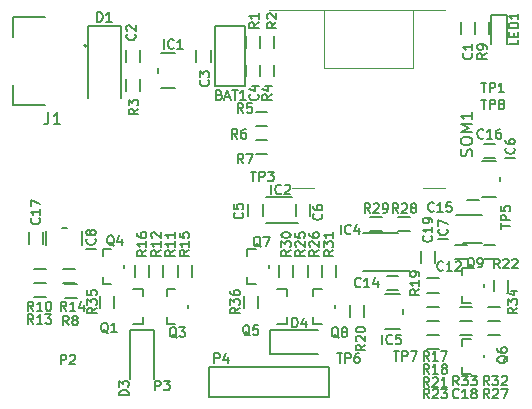
<source format=gto>
G04 #@! TF.GenerationSoftware,KiCad,Pcbnew,(5.1.8)-1*
G04 #@! TF.CreationDate,2021-10-09T07:53:52+02:00*
G04 #@! TF.ProjectId,EMS_stimulator,454d535f-7374-4696-9d75-6c61746f722e,rev?*
G04 #@! TF.SameCoordinates,PX57bcf00PY4755b80*
G04 #@! TF.FileFunction,Legend,Top*
G04 #@! TF.FilePolarity,Positive*
%FSLAX46Y46*%
G04 Gerber Fmt 4.6, Leading zero omitted, Abs format (unit mm)*
G04 Created by KiCad (PCBNEW (5.1.8)-1) date 2021-10-09 07:53:52*
%MOMM*%
%LPD*%
G01*
G04 APERTURE LIST*
%ADD10C,0.152400*%
%ADD11C,0.127000*%
%ADD12C,0.200000*%
%ADD13C,0.120000*%
%ADD14C,0.150000*%
G04 APERTURE END LIST*
D10*
X19470000Y-1660000D02*
X19470000Y-6740000D01*
X19470000Y-6740000D02*
X16930000Y-6740000D01*
X16930000Y-6740000D02*
X16930000Y-1660000D01*
X16930000Y-1660000D02*
X19470000Y-1660000D01*
X37800000Y-1300000D02*
X37800000Y-2300000D01*
X39000000Y-1300000D02*
X39000000Y-2300000D01*
X9400000Y-3700000D02*
X9400000Y-4700000D01*
X10600000Y-3700000D02*
X10600000Y-4700000D01*
X16600000Y-3700000D02*
X16600000Y-4700000D01*
X15400000Y-3700000D02*
X15400000Y-4700000D01*
X19600000Y-4900000D02*
X19600000Y-5900000D01*
X20800000Y-4900000D02*
X20800000Y-5900000D01*
X19800000Y-17700000D02*
X19800000Y-16700000D01*
X21000000Y-17700000D02*
X21000000Y-16700000D01*
X25000000Y-17700000D02*
X25000000Y-16700000D01*
X23800000Y-17700000D02*
X23800000Y-16700000D01*
X38300000Y-20200000D02*
X37300000Y-20200000D01*
X38300000Y-21400000D02*
X37300000Y-21400000D01*
X32500000Y-24000000D02*
X31500000Y-24000000D01*
X32500000Y-22800000D02*
X31500000Y-22800000D01*
X39300000Y-16400000D02*
X38300000Y-16400000D01*
X39300000Y-17600000D02*
X38300000Y-17600000D01*
X40700000Y-12800000D02*
X39700000Y-12800000D01*
X40700000Y-11600000D02*
X39700000Y-11600000D01*
X2400000Y-19100000D02*
X2400000Y-20100000D01*
X1200000Y-19100000D02*
X1200000Y-20100000D01*
X37700000Y-26600000D02*
X38700000Y-26600000D01*
X37700000Y-27800000D02*
X38700000Y-27800000D01*
X34400000Y-21700000D02*
X34400000Y-20700000D01*
X35600000Y-21700000D02*
X35600000Y-20700000D01*
X6200000Y-7700000D02*
X6200000Y-1600000D01*
X6200000Y-1600000D02*
X9000000Y-1600000D01*
X9000000Y-1600000D02*
X9000000Y-7700000D01*
X9800000Y-27400000D02*
X9800000Y-31500000D01*
X11800000Y-27400000D02*
X9800000Y-27400000D01*
X11800000Y-31500000D02*
X11800000Y-27400000D01*
X25700000Y-27400000D02*
X21600000Y-27400000D01*
X21600000Y-27400000D02*
X21600000Y-29400000D01*
X21600000Y-29400000D02*
X25700000Y-29400000D01*
X12100000Y-5600000D02*
X12100000Y-5200000D01*
X12400000Y-6900000D02*
X13600000Y-6900000D01*
X12400000Y-3900000D02*
X13600000Y-3900000D01*
X23500000Y-18300000D02*
X24000000Y-18300000D01*
X23500000Y-16100000D02*
X21300000Y-16100000D01*
X23500000Y-18300000D02*
X21300000Y-18300000D01*
X33500000Y-22400000D02*
X29500000Y-22400000D01*
X29500000Y-19200000D02*
X32500000Y-19200000D01*
X32600000Y-27300000D02*
X31400000Y-27300000D01*
X32600000Y-24300000D02*
X31400000Y-24300000D01*
X32900000Y-25600000D02*
X32900000Y-26000000D01*
X41100000Y-14400000D02*
X41100000Y-14800000D01*
X40800000Y-13100000D02*
X39600000Y-13100000D01*
X40800000Y-16100000D02*
X39600000Y-16100000D01*
X37600000Y-17600000D02*
X39600000Y-17600000D01*
X39600000Y-20000000D02*
X38000000Y-20000000D01*
X37600000Y-17600000D02*
X37400000Y-17600000D01*
X4000000Y-18700000D02*
X4400000Y-18700000D01*
X2700000Y-19000000D02*
X2700000Y-20200000D01*
X5700000Y-19000000D02*
X5700000Y-20200000D01*
D11*
X2600000Y-8350000D02*
X-100000Y-8350000D01*
X2600000Y-850000D02*
X-100000Y-850000D01*
D12*
X6100000Y-3300000D02*
G75*
G03*
X6100000Y-3300000I-100000J0D01*
G01*
D11*
X-100000Y-850000D02*
X-100000Y-2605000D01*
X-100000Y-8350000D02*
X-100000Y-6595000D01*
D10*
X41600000Y-700000D02*
X41650000Y-700000D01*
X41650000Y-700000D02*
X41650000Y-3200000D01*
X41650000Y-700000D02*
X40350000Y-700000D01*
X40350000Y-700000D02*
X40350000Y-3200000D01*
X10900000Y-26300000D02*
X10900000Y-26900000D01*
X10900000Y-26900000D02*
X10000000Y-26900000D01*
X10000000Y-23900000D02*
X10900000Y-23900000D01*
X10900000Y-23900000D02*
X10900000Y-24500000D01*
X14700000Y-25500000D02*
X14700000Y-25300000D01*
X12900000Y-26900000D02*
X13600000Y-26900000D01*
X12900000Y-26300000D02*
X12900000Y-26900000D01*
X12900000Y-23900000D02*
X13600000Y-23900000D01*
X12900000Y-24500000D02*
X12900000Y-23900000D01*
X7500000Y-21100000D02*
X7500000Y-20500000D01*
X7500000Y-20500000D02*
X8200000Y-20500000D01*
X7500000Y-22900000D02*
X7500000Y-23500000D01*
X7500000Y-23500000D02*
X8200000Y-23500000D01*
X9300000Y-22100000D02*
X9300000Y-21900000D01*
X23100000Y-23900000D02*
X23100000Y-24500000D01*
X22200000Y-23900000D02*
X23100000Y-23900000D01*
X23100000Y-26900000D02*
X22200000Y-26900000D01*
X23100000Y-26300000D02*
X23100000Y-26900000D01*
X39700000Y-29700000D02*
X39700000Y-29500000D01*
X37900000Y-31100000D02*
X38600000Y-31100000D01*
X37900000Y-30500000D02*
X37900000Y-31100000D01*
X37900000Y-28100000D02*
X38600000Y-28100000D01*
X37900000Y-28700000D02*
X37900000Y-28100000D01*
X19700000Y-21100000D02*
X19700000Y-20500000D01*
X19700000Y-20500000D02*
X20400000Y-20500000D01*
X19700000Y-22900000D02*
X19700000Y-23500000D01*
X19700000Y-23500000D02*
X20400000Y-23500000D01*
X21500000Y-22100000D02*
X21500000Y-21900000D01*
X25300000Y-24500000D02*
X25300000Y-23900000D01*
X25300000Y-23900000D02*
X26000000Y-23900000D01*
X25300000Y-26300000D02*
X25300000Y-26900000D01*
X25300000Y-26900000D02*
X26000000Y-26900000D01*
X27100000Y-25500000D02*
X27100000Y-25300000D01*
X37900000Y-22700000D02*
X37900000Y-22100000D01*
X37900000Y-22100000D02*
X38600000Y-22100000D01*
X37900000Y-24500000D02*
X37900000Y-25100000D01*
X37900000Y-25100000D02*
X38600000Y-25100000D01*
X39700000Y-23700000D02*
X39700000Y-23500000D01*
X19600000Y-2500000D02*
X19600000Y-3500000D01*
X20800000Y-2500000D02*
X20800000Y-3500000D01*
X20800000Y-2500000D02*
X20800000Y-3500000D01*
X22000000Y-2500000D02*
X22000000Y-3500000D01*
X10600000Y-6100000D02*
X10600000Y-7100000D01*
X9400000Y-6100000D02*
X9400000Y-7100000D01*
X22000000Y-4900000D02*
X22000000Y-5900000D01*
X20800000Y-4900000D02*
X20800000Y-5900000D01*
X20400000Y-8900000D02*
X21400000Y-8900000D01*
X20400000Y-10100000D02*
X21400000Y-10100000D01*
X20400000Y-11300000D02*
X21400000Y-11300000D01*
X20400000Y-10100000D02*
X21400000Y-10100000D01*
X20400000Y-11300000D02*
X21400000Y-11300000D01*
X20400000Y-12500000D02*
X21400000Y-12500000D01*
X5300000Y-23500000D02*
X4300000Y-23500000D01*
X5300000Y-24700000D02*
X4300000Y-24700000D01*
X39000000Y-1300000D02*
X39000000Y-2300000D01*
X40200000Y-1300000D02*
X40200000Y-2300000D01*
X1660000Y-23400000D02*
X2660000Y-23400000D01*
X1660000Y-22200000D02*
X2660000Y-22200000D01*
X13800000Y-22900000D02*
X13800000Y-21900000D01*
X12600000Y-22900000D02*
X12600000Y-21900000D01*
X11400000Y-22900000D02*
X11400000Y-21900000D01*
X12600000Y-22900000D02*
X12600000Y-21900000D01*
X1660000Y-23400000D02*
X2660000Y-23400000D01*
X1660000Y-24600000D02*
X2660000Y-24600000D01*
X5100000Y-23400000D02*
X4100000Y-23400000D01*
X5100000Y-22200000D02*
X4100000Y-22200000D01*
X15000000Y-21900000D02*
X15000000Y-22900000D01*
X13800000Y-21900000D02*
X13800000Y-22900000D01*
X10200000Y-22900000D02*
X10200000Y-21900000D01*
X11400000Y-22900000D02*
X11400000Y-21900000D01*
X34900000Y-24200000D02*
X35900000Y-24200000D01*
X34900000Y-25400000D02*
X35900000Y-25400000D01*
X35900000Y-25400000D02*
X34900000Y-25400000D01*
X35900000Y-26600000D02*
X34900000Y-26600000D01*
X35900000Y-24200000D02*
X34900000Y-24200000D01*
X35900000Y-23000000D02*
X34900000Y-23000000D01*
X29610000Y-25300000D02*
X29610000Y-26300000D01*
X28410000Y-25300000D02*
X28410000Y-26300000D01*
X35900000Y-26600000D02*
X34900000Y-26600000D01*
X35900000Y-27800000D02*
X34900000Y-27800000D01*
X39700000Y-20200000D02*
X40700000Y-20200000D01*
X39700000Y-21400000D02*
X40700000Y-21400000D01*
X35900000Y-27800000D02*
X34900000Y-27800000D01*
X35900000Y-29000000D02*
X34900000Y-29000000D01*
X23600000Y-22900000D02*
X23600000Y-21900000D01*
X24800000Y-22900000D02*
X24800000Y-21900000D01*
X26000000Y-22900000D02*
X26000000Y-21900000D01*
X24800000Y-22900000D02*
X24800000Y-21900000D01*
X40100000Y-26600000D02*
X41100000Y-26600000D01*
X40100000Y-27800000D02*
X41100000Y-27800000D01*
X32500000Y-17800000D02*
X33500000Y-17800000D01*
X32500000Y-19000000D02*
X33500000Y-19000000D01*
X31100000Y-17800000D02*
X30100000Y-17800000D01*
X31100000Y-19000000D02*
X30100000Y-19000000D01*
X23600000Y-22900000D02*
X23600000Y-21900000D01*
X22400000Y-22900000D02*
X22400000Y-21900000D01*
X27200000Y-22900000D02*
X27200000Y-21900000D01*
X26000000Y-22900000D02*
X26000000Y-21900000D01*
X41100000Y-25400000D02*
X40100000Y-25400000D01*
X41100000Y-26600000D02*
X40100000Y-26600000D01*
X37700000Y-26600000D02*
X38700000Y-26600000D01*
X37700000Y-25400000D02*
X38700000Y-25400000D01*
X40600000Y-24100000D02*
X40600000Y-23100000D01*
X41800000Y-24100000D02*
X41800000Y-23100000D01*
X8400000Y-24500000D02*
X8400000Y-25500000D01*
X7200000Y-24500000D02*
X7200000Y-25500000D01*
X19400000Y-24500000D02*
X19400000Y-25500000D01*
X20600000Y-24500000D02*
X20600000Y-25500000D01*
D13*
X23560001Y-310001D02*
X21560001Y-310001D01*
X33760001Y-5210001D02*
X33760001Y-310001D01*
X26160001Y-5210001D02*
X33760001Y-5210001D01*
X26160001Y-310001D02*
X26160001Y-5210001D01*
X36460001Y-15310001D02*
X34560001Y-15310001D01*
X23460001Y-15310001D02*
X25360001Y-15310001D01*
X23460001Y-310001D02*
X36460001Y-310001D01*
D10*
X16420000Y-30530000D02*
X16420000Y-33070000D01*
X26580000Y-30530000D02*
X16420000Y-30530000D01*
X26580000Y-33070000D02*
X26580000Y-30530000D01*
X16420000Y-33070000D02*
X26580000Y-33070000D01*
X17328571Y-7442857D02*
X17442857Y-7480952D01*
X17480952Y-7519047D01*
X17519047Y-7595238D01*
X17519047Y-7709523D01*
X17480952Y-7785714D01*
X17442857Y-7823809D01*
X17366666Y-7861904D01*
X17061904Y-7861904D01*
X17061904Y-7061904D01*
X17328571Y-7061904D01*
X17404761Y-7100000D01*
X17442857Y-7138095D01*
X17480952Y-7214285D01*
X17480952Y-7290476D01*
X17442857Y-7366666D01*
X17404761Y-7404761D01*
X17328571Y-7442857D01*
X17061904Y-7442857D01*
X17823809Y-7633333D02*
X18204761Y-7633333D01*
X17747619Y-7861904D02*
X18014285Y-7061904D01*
X18280952Y-7861904D01*
X18433333Y-7061904D02*
X18890476Y-7061904D01*
X18661904Y-7861904D02*
X18661904Y-7061904D01*
X19576190Y-7861904D02*
X19119047Y-7861904D01*
X19347619Y-7861904D02*
X19347619Y-7061904D01*
X19271428Y-7176190D01*
X19195238Y-7252380D01*
X19119047Y-7290476D01*
X38685714Y-3933333D02*
X38723809Y-3971428D01*
X38761904Y-4085714D01*
X38761904Y-4161904D01*
X38723809Y-4276190D01*
X38647619Y-4352380D01*
X38571428Y-4390476D01*
X38419047Y-4428571D01*
X38304761Y-4428571D01*
X38152380Y-4390476D01*
X38076190Y-4352380D01*
X38000000Y-4276190D01*
X37961904Y-4161904D01*
X37961904Y-4085714D01*
X38000000Y-3971428D01*
X38038095Y-3933333D01*
X38761904Y-3171428D02*
X38761904Y-3628571D01*
X38761904Y-3400000D02*
X37961904Y-3400000D01*
X38076190Y-3476190D01*
X38152380Y-3552380D01*
X38190476Y-3628571D01*
X10185714Y-2333333D02*
X10223809Y-2371428D01*
X10261904Y-2485714D01*
X10261904Y-2561904D01*
X10223809Y-2676190D01*
X10147619Y-2752380D01*
X10071428Y-2790476D01*
X9919047Y-2828571D01*
X9804761Y-2828571D01*
X9652380Y-2790476D01*
X9576190Y-2752380D01*
X9500000Y-2676190D01*
X9461904Y-2561904D01*
X9461904Y-2485714D01*
X9500000Y-2371428D01*
X9538095Y-2333333D01*
X9538095Y-2028571D02*
X9500000Y-1990476D01*
X9461904Y-1914285D01*
X9461904Y-1723809D01*
X9500000Y-1647619D01*
X9538095Y-1609523D01*
X9614285Y-1571428D01*
X9690476Y-1571428D01*
X9804761Y-1609523D01*
X10261904Y-2066666D01*
X10261904Y-1571428D01*
X16385714Y-6233333D02*
X16423809Y-6271428D01*
X16461904Y-6385714D01*
X16461904Y-6461904D01*
X16423809Y-6576190D01*
X16347619Y-6652380D01*
X16271428Y-6690476D01*
X16119047Y-6728571D01*
X16004761Y-6728571D01*
X15852380Y-6690476D01*
X15776190Y-6652380D01*
X15700000Y-6576190D01*
X15661904Y-6461904D01*
X15661904Y-6385714D01*
X15700000Y-6271428D01*
X15738095Y-6233333D01*
X15661904Y-5966666D02*
X15661904Y-5471428D01*
X15966666Y-5738095D01*
X15966666Y-5623809D01*
X16004761Y-5547619D01*
X16042857Y-5509523D01*
X16119047Y-5471428D01*
X16309523Y-5471428D01*
X16385714Y-5509523D01*
X16423809Y-5547619D01*
X16461904Y-5623809D01*
X16461904Y-5852380D01*
X16423809Y-5928571D01*
X16385714Y-5966666D01*
X20585714Y-7433333D02*
X20623809Y-7471428D01*
X20661904Y-7585714D01*
X20661904Y-7661904D01*
X20623809Y-7776190D01*
X20547619Y-7852380D01*
X20471428Y-7890476D01*
X20319047Y-7928571D01*
X20204761Y-7928571D01*
X20052380Y-7890476D01*
X19976190Y-7852380D01*
X19900000Y-7776190D01*
X19861904Y-7661904D01*
X19861904Y-7585714D01*
X19900000Y-7471428D01*
X19938095Y-7433333D01*
X20128571Y-6747619D02*
X20661904Y-6747619D01*
X19823809Y-6938095D02*
X20395238Y-7128571D01*
X20395238Y-6633333D01*
X19285714Y-17433333D02*
X19323809Y-17471428D01*
X19361904Y-17585714D01*
X19361904Y-17661904D01*
X19323809Y-17776190D01*
X19247619Y-17852380D01*
X19171428Y-17890476D01*
X19019047Y-17928571D01*
X18904761Y-17928571D01*
X18752380Y-17890476D01*
X18676190Y-17852380D01*
X18600000Y-17776190D01*
X18561904Y-17661904D01*
X18561904Y-17585714D01*
X18600000Y-17471428D01*
X18638095Y-17433333D01*
X18561904Y-16709523D02*
X18561904Y-17090476D01*
X18942857Y-17128571D01*
X18904761Y-17090476D01*
X18866666Y-17014285D01*
X18866666Y-16823809D01*
X18904761Y-16747619D01*
X18942857Y-16709523D01*
X19019047Y-16671428D01*
X19209523Y-16671428D01*
X19285714Y-16709523D01*
X19323809Y-16747619D01*
X19361904Y-16823809D01*
X19361904Y-17014285D01*
X19323809Y-17090476D01*
X19285714Y-17128571D01*
X25985714Y-17533333D02*
X26023809Y-17571428D01*
X26061904Y-17685714D01*
X26061904Y-17761904D01*
X26023809Y-17876190D01*
X25947619Y-17952380D01*
X25871428Y-17990476D01*
X25719047Y-18028571D01*
X25604761Y-18028571D01*
X25452380Y-17990476D01*
X25376190Y-17952380D01*
X25300000Y-17876190D01*
X25261904Y-17761904D01*
X25261904Y-17685714D01*
X25300000Y-17571428D01*
X25338095Y-17533333D01*
X25261904Y-16847619D02*
X25261904Y-17000000D01*
X25300000Y-17076190D01*
X25338095Y-17114285D01*
X25452380Y-17190476D01*
X25604761Y-17228571D01*
X25909523Y-17228571D01*
X25985714Y-17190476D01*
X26023809Y-17152380D01*
X26061904Y-17076190D01*
X26061904Y-16923809D01*
X26023809Y-16847619D01*
X25985714Y-16809523D01*
X25909523Y-16771428D01*
X25719047Y-16771428D01*
X25642857Y-16809523D01*
X25604761Y-16847619D01*
X25566666Y-16923809D01*
X25566666Y-17076190D01*
X25604761Y-17152380D01*
X25642857Y-17190476D01*
X25719047Y-17228571D01*
X36285714Y-22285714D02*
X36247619Y-22323809D01*
X36133333Y-22361904D01*
X36057142Y-22361904D01*
X35942857Y-22323809D01*
X35866666Y-22247619D01*
X35828571Y-22171428D01*
X35790476Y-22019047D01*
X35790476Y-21904761D01*
X35828571Y-21752380D01*
X35866666Y-21676190D01*
X35942857Y-21600000D01*
X36057142Y-21561904D01*
X36133333Y-21561904D01*
X36247619Y-21600000D01*
X36285714Y-21638095D01*
X37047619Y-22361904D02*
X36590476Y-22361904D01*
X36819047Y-22361904D02*
X36819047Y-21561904D01*
X36742857Y-21676190D01*
X36666666Y-21752380D01*
X36590476Y-21790476D01*
X37352380Y-21638095D02*
X37390476Y-21600000D01*
X37466666Y-21561904D01*
X37657142Y-21561904D01*
X37733333Y-21600000D01*
X37771428Y-21638095D01*
X37809523Y-21714285D01*
X37809523Y-21790476D01*
X37771428Y-21904761D01*
X37314285Y-22361904D01*
X37809523Y-22361904D01*
X29285714Y-23685714D02*
X29247619Y-23723809D01*
X29133333Y-23761904D01*
X29057142Y-23761904D01*
X28942857Y-23723809D01*
X28866666Y-23647619D01*
X28828571Y-23571428D01*
X28790476Y-23419047D01*
X28790476Y-23304761D01*
X28828571Y-23152380D01*
X28866666Y-23076190D01*
X28942857Y-23000000D01*
X29057142Y-22961904D01*
X29133333Y-22961904D01*
X29247619Y-23000000D01*
X29285714Y-23038095D01*
X30047619Y-23761904D02*
X29590476Y-23761904D01*
X29819047Y-23761904D02*
X29819047Y-22961904D01*
X29742857Y-23076190D01*
X29666666Y-23152380D01*
X29590476Y-23190476D01*
X30733333Y-23228571D02*
X30733333Y-23761904D01*
X30542857Y-22923809D02*
X30352380Y-23495238D01*
X30847619Y-23495238D01*
X35485714Y-17285714D02*
X35447619Y-17323809D01*
X35333333Y-17361904D01*
X35257142Y-17361904D01*
X35142857Y-17323809D01*
X35066666Y-17247619D01*
X35028571Y-17171428D01*
X34990476Y-17019047D01*
X34990476Y-16904761D01*
X35028571Y-16752380D01*
X35066666Y-16676190D01*
X35142857Y-16600000D01*
X35257142Y-16561904D01*
X35333333Y-16561904D01*
X35447619Y-16600000D01*
X35485714Y-16638095D01*
X36247619Y-17361904D02*
X35790476Y-17361904D01*
X36019047Y-17361904D02*
X36019047Y-16561904D01*
X35942857Y-16676190D01*
X35866666Y-16752380D01*
X35790476Y-16790476D01*
X36971428Y-16561904D02*
X36590476Y-16561904D01*
X36552380Y-16942857D01*
X36590476Y-16904761D01*
X36666666Y-16866666D01*
X36857142Y-16866666D01*
X36933333Y-16904761D01*
X36971428Y-16942857D01*
X37009523Y-17019047D01*
X37009523Y-17209523D01*
X36971428Y-17285714D01*
X36933333Y-17323809D01*
X36857142Y-17361904D01*
X36666666Y-17361904D01*
X36590476Y-17323809D01*
X36552380Y-17285714D01*
X39685714Y-11085714D02*
X39647619Y-11123809D01*
X39533333Y-11161904D01*
X39457142Y-11161904D01*
X39342857Y-11123809D01*
X39266666Y-11047619D01*
X39228571Y-10971428D01*
X39190476Y-10819047D01*
X39190476Y-10704761D01*
X39228571Y-10552380D01*
X39266666Y-10476190D01*
X39342857Y-10400000D01*
X39457142Y-10361904D01*
X39533333Y-10361904D01*
X39647619Y-10400000D01*
X39685714Y-10438095D01*
X40447619Y-11161904D02*
X39990476Y-11161904D01*
X40219047Y-11161904D02*
X40219047Y-10361904D01*
X40142857Y-10476190D01*
X40066666Y-10552380D01*
X39990476Y-10590476D01*
X41133333Y-10361904D02*
X40980952Y-10361904D01*
X40904761Y-10400000D01*
X40866666Y-10438095D01*
X40790476Y-10552380D01*
X40752380Y-10704761D01*
X40752380Y-11009523D01*
X40790476Y-11085714D01*
X40828571Y-11123809D01*
X40904761Y-11161904D01*
X41057142Y-11161904D01*
X41133333Y-11123809D01*
X41171428Y-11085714D01*
X41209523Y-11009523D01*
X41209523Y-10819047D01*
X41171428Y-10742857D01*
X41133333Y-10704761D01*
X41057142Y-10666666D01*
X40904761Y-10666666D01*
X40828571Y-10704761D01*
X40790476Y-10742857D01*
X40752380Y-10819047D01*
X2085714Y-17914285D02*
X2123809Y-17952380D01*
X2161904Y-18066666D01*
X2161904Y-18142857D01*
X2123809Y-18257142D01*
X2047619Y-18333333D01*
X1971428Y-18371428D01*
X1819047Y-18409523D01*
X1704761Y-18409523D01*
X1552380Y-18371428D01*
X1476190Y-18333333D01*
X1400000Y-18257142D01*
X1361904Y-18142857D01*
X1361904Y-18066666D01*
X1400000Y-17952380D01*
X1438095Y-17914285D01*
X2161904Y-17152380D02*
X2161904Y-17609523D01*
X2161904Y-17380952D02*
X1361904Y-17380952D01*
X1476190Y-17457142D01*
X1552380Y-17533333D01*
X1590476Y-17609523D01*
X1361904Y-16885714D02*
X1361904Y-16352380D01*
X2161904Y-16695238D01*
X37585714Y-33085714D02*
X37547619Y-33123809D01*
X37433333Y-33161904D01*
X37357142Y-33161904D01*
X37242857Y-33123809D01*
X37166666Y-33047619D01*
X37128571Y-32971428D01*
X37090476Y-32819047D01*
X37090476Y-32704761D01*
X37128571Y-32552380D01*
X37166666Y-32476190D01*
X37242857Y-32400000D01*
X37357142Y-32361904D01*
X37433333Y-32361904D01*
X37547619Y-32400000D01*
X37585714Y-32438095D01*
X38347619Y-33161904D02*
X37890476Y-33161904D01*
X38119047Y-33161904D02*
X38119047Y-32361904D01*
X38042857Y-32476190D01*
X37966666Y-32552380D01*
X37890476Y-32590476D01*
X38804761Y-32704761D02*
X38728571Y-32666666D01*
X38690476Y-32628571D01*
X38652380Y-32552380D01*
X38652380Y-32514285D01*
X38690476Y-32438095D01*
X38728571Y-32400000D01*
X38804761Y-32361904D01*
X38957142Y-32361904D01*
X39033333Y-32400000D01*
X39071428Y-32438095D01*
X39109523Y-32514285D01*
X39109523Y-32552380D01*
X39071428Y-32628571D01*
X39033333Y-32666666D01*
X38957142Y-32704761D01*
X38804761Y-32704761D01*
X38728571Y-32742857D01*
X38690476Y-32780952D01*
X38652380Y-32857142D01*
X38652380Y-33009523D01*
X38690476Y-33085714D01*
X38728571Y-33123809D01*
X38804761Y-33161904D01*
X38957142Y-33161904D01*
X39033333Y-33123809D01*
X39071428Y-33085714D01*
X39109523Y-33009523D01*
X39109523Y-32857142D01*
X39071428Y-32780952D01*
X39033333Y-32742857D01*
X38957142Y-32704761D01*
X35285714Y-19414285D02*
X35323809Y-19452380D01*
X35361904Y-19566666D01*
X35361904Y-19642857D01*
X35323809Y-19757142D01*
X35247619Y-19833333D01*
X35171428Y-19871428D01*
X35019047Y-19909523D01*
X34904761Y-19909523D01*
X34752380Y-19871428D01*
X34676190Y-19833333D01*
X34600000Y-19757142D01*
X34561904Y-19642857D01*
X34561904Y-19566666D01*
X34600000Y-19452380D01*
X34638095Y-19414285D01*
X35361904Y-18652380D02*
X35361904Y-19109523D01*
X35361904Y-18880952D02*
X34561904Y-18880952D01*
X34676190Y-18957142D01*
X34752380Y-19033333D01*
X34790476Y-19109523D01*
X35361904Y-18271428D02*
X35361904Y-18119047D01*
X35323809Y-18042857D01*
X35285714Y-18004761D01*
X35171428Y-17928571D01*
X35019047Y-17890476D01*
X34714285Y-17890476D01*
X34638095Y-17928571D01*
X34600000Y-17966666D01*
X34561904Y-18042857D01*
X34561904Y-18195238D01*
X34600000Y-18271428D01*
X34638095Y-18309523D01*
X34714285Y-18347619D01*
X34904761Y-18347619D01*
X34980952Y-18309523D01*
X35019047Y-18271428D01*
X35057142Y-18195238D01*
X35057142Y-18042857D01*
X35019047Y-17966666D01*
X34980952Y-17928571D01*
X34904761Y-17890476D01*
X7009523Y-1261904D02*
X7009523Y-461904D01*
X7200000Y-461904D01*
X7314285Y-500000D01*
X7390476Y-576190D01*
X7428571Y-652380D01*
X7466666Y-804761D01*
X7466666Y-919047D01*
X7428571Y-1071428D01*
X7390476Y-1147619D01*
X7314285Y-1223809D01*
X7200000Y-1261904D01*
X7009523Y-1261904D01*
X8228571Y-1261904D02*
X7771428Y-1261904D01*
X8000000Y-1261904D02*
X8000000Y-461904D01*
X7923809Y-576190D01*
X7847619Y-652380D01*
X7771428Y-690476D01*
X9661904Y-32890476D02*
X8861904Y-32890476D01*
X8861904Y-32700000D01*
X8900000Y-32585714D01*
X8976190Y-32509523D01*
X9052380Y-32471428D01*
X9204761Y-32433333D01*
X9319047Y-32433333D01*
X9471428Y-32471428D01*
X9547619Y-32509523D01*
X9623809Y-32585714D01*
X9661904Y-32700000D01*
X9661904Y-32890476D01*
X8861904Y-32166666D02*
X8861904Y-31671428D01*
X9166666Y-31938095D01*
X9166666Y-31823809D01*
X9204761Y-31747619D01*
X9242857Y-31709523D01*
X9319047Y-31671428D01*
X9509523Y-31671428D01*
X9585714Y-31709523D01*
X9623809Y-31747619D01*
X9661904Y-31823809D01*
X9661904Y-32052380D01*
X9623809Y-32128571D01*
X9585714Y-32166666D01*
X23509523Y-27161904D02*
X23509523Y-26361904D01*
X23700000Y-26361904D01*
X23814285Y-26400000D01*
X23890476Y-26476190D01*
X23928571Y-26552380D01*
X23966666Y-26704761D01*
X23966666Y-26819047D01*
X23928571Y-26971428D01*
X23890476Y-27047619D01*
X23814285Y-27123809D01*
X23700000Y-27161904D01*
X23509523Y-27161904D01*
X24652380Y-26628571D02*
X24652380Y-27161904D01*
X24461904Y-26323809D02*
X24271428Y-26895238D01*
X24766666Y-26895238D01*
X12619047Y-3561904D02*
X12619047Y-2761904D01*
X13457142Y-3485714D02*
X13419047Y-3523809D01*
X13304761Y-3561904D01*
X13228571Y-3561904D01*
X13114285Y-3523809D01*
X13038095Y-3447619D01*
X13000000Y-3371428D01*
X12961904Y-3219047D01*
X12961904Y-3104761D01*
X13000000Y-2952380D01*
X13038095Y-2876190D01*
X13114285Y-2800000D01*
X13228571Y-2761904D01*
X13304761Y-2761904D01*
X13419047Y-2800000D01*
X13457142Y-2838095D01*
X14219047Y-3561904D02*
X13761904Y-3561904D01*
X13990476Y-3561904D02*
X13990476Y-2761904D01*
X13914285Y-2876190D01*
X13838095Y-2952380D01*
X13761904Y-2990476D01*
X21719047Y-15861904D02*
X21719047Y-15061904D01*
X22557142Y-15785714D02*
X22519047Y-15823809D01*
X22404761Y-15861904D01*
X22328571Y-15861904D01*
X22214285Y-15823809D01*
X22138095Y-15747619D01*
X22100000Y-15671428D01*
X22061904Y-15519047D01*
X22061904Y-15404761D01*
X22100000Y-15252380D01*
X22138095Y-15176190D01*
X22214285Y-15100000D01*
X22328571Y-15061904D01*
X22404761Y-15061904D01*
X22519047Y-15100000D01*
X22557142Y-15138095D01*
X22861904Y-15138095D02*
X22900000Y-15100000D01*
X22976190Y-15061904D01*
X23166666Y-15061904D01*
X23242857Y-15100000D01*
X23280952Y-15138095D01*
X23319047Y-15214285D01*
X23319047Y-15290476D01*
X23280952Y-15404761D01*
X22823809Y-15861904D01*
X23319047Y-15861904D01*
X27619047Y-19261904D02*
X27619047Y-18461904D01*
X28457142Y-19185714D02*
X28419047Y-19223809D01*
X28304761Y-19261904D01*
X28228571Y-19261904D01*
X28114285Y-19223809D01*
X28038095Y-19147619D01*
X28000000Y-19071428D01*
X27961904Y-18919047D01*
X27961904Y-18804761D01*
X28000000Y-18652380D01*
X28038095Y-18576190D01*
X28114285Y-18500000D01*
X28228571Y-18461904D01*
X28304761Y-18461904D01*
X28419047Y-18500000D01*
X28457142Y-18538095D01*
X29142857Y-18728571D02*
X29142857Y-19261904D01*
X28952380Y-18423809D02*
X28761904Y-18995238D01*
X29257142Y-18995238D01*
X31119047Y-28561904D02*
X31119047Y-27761904D01*
X31957142Y-28485714D02*
X31919047Y-28523809D01*
X31804761Y-28561904D01*
X31728571Y-28561904D01*
X31614285Y-28523809D01*
X31538095Y-28447619D01*
X31500000Y-28371428D01*
X31461904Y-28219047D01*
X31461904Y-28104761D01*
X31500000Y-27952380D01*
X31538095Y-27876190D01*
X31614285Y-27800000D01*
X31728571Y-27761904D01*
X31804761Y-27761904D01*
X31919047Y-27800000D01*
X31957142Y-27838095D01*
X32680952Y-27761904D02*
X32300000Y-27761904D01*
X32261904Y-28142857D01*
X32300000Y-28104761D01*
X32376190Y-28066666D01*
X32566666Y-28066666D01*
X32642857Y-28104761D01*
X32680952Y-28142857D01*
X32719047Y-28219047D01*
X32719047Y-28409523D01*
X32680952Y-28485714D01*
X32642857Y-28523809D01*
X32566666Y-28561904D01*
X32376190Y-28561904D01*
X32300000Y-28523809D01*
X32261904Y-28485714D01*
X42361904Y-12780952D02*
X41561904Y-12780952D01*
X42285714Y-11942857D02*
X42323809Y-11980952D01*
X42361904Y-12095238D01*
X42361904Y-12171428D01*
X42323809Y-12285714D01*
X42247619Y-12361904D01*
X42171428Y-12400000D01*
X42019047Y-12438095D01*
X41904761Y-12438095D01*
X41752380Y-12400000D01*
X41676190Y-12361904D01*
X41600000Y-12285714D01*
X41561904Y-12171428D01*
X41561904Y-12095238D01*
X41600000Y-11980952D01*
X41638095Y-11942857D01*
X41561904Y-11257142D02*
X41561904Y-11409523D01*
X41600000Y-11485714D01*
X41638095Y-11523809D01*
X41752380Y-11600000D01*
X41904761Y-11638095D01*
X42209523Y-11638095D01*
X42285714Y-11600000D01*
X42323809Y-11561904D01*
X42361904Y-11485714D01*
X42361904Y-11333333D01*
X42323809Y-11257142D01*
X42285714Y-11219047D01*
X42209523Y-11180952D01*
X42019047Y-11180952D01*
X41942857Y-11219047D01*
X41904761Y-11257142D01*
X41866666Y-11333333D01*
X41866666Y-11485714D01*
X41904761Y-11561904D01*
X41942857Y-11600000D01*
X42019047Y-11638095D01*
X36661904Y-19680952D02*
X35861904Y-19680952D01*
X36585714Y-18842857D02*
X36623809Y-18880952D01*
X36661904Y-18995238D01*
X36661904Y-19071428D01*
X36623809Y-19185714D01*
X36547619Y-19261904D01*
X36471428Y-19300000D01*
X36319047Y-19338095D01*
X36204761Y-19338095D01*
X36052380Y-19300000D01*
X35976190Y-19261904D01*
X35900000Y-19185714D01*
X35861904Y-19071428D01*
X35861904Y-18995238D01*
X35900000Y-18880952D01*
X35938095Y-18842857D01*
X35861904Y-18576190D02*
X35861904Y-18042857D01*
X36661904Y-18385714D01*
X6861904Y-20480952D02*
X6061904Y-20480952D01*
X6785714Y-19642857D02*
X6823809Y-19680952D01*
X6861904Y-19795238D01*
X6861904Y-19871428D01*
X6823809Y-19985714D01*
X6747619Y-20061904D01*
X6671428Y-20100000D01*
X6519047Y-20138095D01*
X6404761Y-20138095D01*
X6252380Y-20100000D01*
X6176190Y-20061904D01*
X6100000Y-19985714D01*
X6061904Y-19871428D01*
X6061904Y-19795238D01*
X6100000Y-19680952D01*
X6138095Y-19642857D01*
X6404761Y-19185714D02*
X6366666Y-19261904D01*
X6328571Y-19300000D01*
X6252380Y-19338095D01*
X6214285Y-19338095D01*
X6138095Y-19300000D01*
X6100000Y-19261904D01*
X6061904Y-19185714D01*
X6061904Y-19033333D01*
X6100000Y-18957142D01*
X6138095Y-18919047D01*
X6214285Y-18880952D01*
X6252380Y-18880952D01*
X6328571Y-18919047D01*
X6366666Y-18957142D01*
X6404761Y-19033333D01*
X6404761Y-19185714D01*
X6442857Y-19261904D01*
X6480952Y-19300000D01*
X6557142Y-19338095D01*
X6709523Y-19338095D01*
X6785714Y-19300000D01*
X6823809Y-19261904D01*
X6861904Y-19185714D01*
X6861904Y-19033333D01*
X6823809Y-18957142D01*
X6785714Y-18919047D01*
X6709523Y-18880952D01*
X6557142Y-18880952D01*
X6480952Y-18919047D01*
X6442857Y-18957142D01*
X6404761Y-19033333D01*
D14*
X2866666Y-8952380D02*
X2866666Y-9666666D01*
X2819047Y-9809523D01*
X2723809Y-9904761D01*
X2580952Y-9952380D01*
X2485714Y-9952380D01*
X3866666Y-9952380D02*
X3295238Y-9952380D01*
X3580952Y-9952380D02*
X3580952Y-8952380D01*
X3485714Y-9095238D01*
X3390476Y-9190476D01*
X3295238Y-9238095D01*
D10*
X42661904Y-2795238D02*
X42661904Y-3176190D01*
X41861904Y-3176190D01*
X42242857Y-2528571D02*
X42242857Y-2261904D01*
X42661904Y-2147619D02*
X42661904Y-2528571D01*
X41861904Y-2528571D01*
X41861904Y-2147619D01*
X42661904Y-1804761D02*
X41861904Y-1804761D01*
X41861904Y-1614285D01*
X41900000Y-1500000D01*
X41976190Y-1423809D01*
X42052380Y-1385714D01*
X42204761Y-1347619D01*
X42319047Y-1347619D01*
X42471428Y-1385714D01*
X42547619Y-1423809D01*
X42623809Y-1500000D01*
X42661904Y-1614285D01*
X42661904Y-1804761D01*
X42661904Y-585714D02*
X42661904Y-1042857D01*
X42661904Y-814285D02*
X41861904Y-814285D01*
X41976190Y-890476D01*
X42052380Y-966666D01*
X42090476Y-1042857D01*
X3909523Y-30261904D02*
X3909523Y-29461904D01*
X4214285Y-29461904D01*
X4290476Y-29500000D01*
X4328571Y-29538095D01*
X4366666Y-29614285D01*
X4366666Y-29728571D01*
X4328571Y-29804761D01*
X4290476Y-29842857D01*
X4214285Y-29880952D01*
X3909523Y-29880952D01*
X4671428Y-29538095D02*
X4709523Y-29500000D01*
X4785714Y-29461904D01*
X4976190Y-29461904D01*
X5052380Y-29500000D01*
X5090476Y-29538095D01*
X5128571Y-29614285D01*
X5128571Y-29690476D01*
X5090476Y-29804761D01*
X4633333Y-30261904D01*
X5128571Y-30261904D01*
X11909523Y-32461904D02*
X11909523Y-31661904D01*
X12214285Y-31661904D01*
X12290476Y-31700000D01*
X12328571Y-31738095D01*
X12366666Y-31814285D01*
X12366666Y-31928571D01*
X12328571Y-32004761D01*
X12290476Y-32042857D01*
X12214285Y-32080952D01*
X11909523Y-32080952D01*
X12633333Y-31661904D02*
X13128571Y-31661904D01*
X12861904Y-31966666D01*
X12976190Y-31966666D01*
X13052380Y-32004761D01*
X13090476Y-32042857D01*
X13128571Y-32119047D01*
X13128571Y-32309523D01*
X13090476Y-32385714D01*
X13052380Y-32423809D01*
X12976190Y-32461904D01*
X12747619Y-32461904D01*
X12671428Y-32423809D01*
X12633333Y-32385714D01*
X7923809Y-27638095D02*
X7847619Y-27600000D01*
X7771428Y-27523809D01*
X7657142Y-27409523D01*
X7580952Y-27371428D01*
X7504761Y-27371428D01*
X7542857Y-27561904D02*
X7466666Y-27523809D01*
X7390476Y-27447619D01*
X7352380Y-27295238D01*
X7352380Y-27028571D01*
X7390476Y-26876190D01*
X7466666Y-26800000D01*
X7542857Y-26761904D01*
X7695238Y-26761904D01*
X7771428Y-26800000D01*
X7847619Y-26876190D01*
X7885714Y-27028571D01*
X7885714Y-27295238D01*
X7847619Y-27447619D01*
X7771428Y-27523809D01*
X7695238Y-27561904D01*
X7542857Y-27561904D01*
X8647619Y-27561904D02*
X8190476Y-27561904D01*
X8419047Y-27561904D02*
X8419047Y-26761904D01*
X8342857Y-26876190D01*
X8266666Y-26952380D01*
X8190476Y-26990476D01*
X13723809Y-28038095D02*
X13647619Y-28000000D01*
X13571428Y-27923809D01*
X13457142Y-27809523D01*
X13380952Y-27771428D01*
X13304761Y-27771428D01*
X13342857Y-27961904D02*
X13266666Y-27923809D01*
X13190476Y-27847619D01*
X13152380Y-27695238D01*
X13152380Y-27428571D01*
X13190476Y-27276190D01*
X13266666Y-27200000D01*
X13342857Y-27161904D01*
X13495238Y-27161904D01*
X13571428Y-27200000D01*
X13647619Y-27276190D01*
X13685714Y-27428571D01*
X13685714Y-27695238D01*
X13647619Y-27847619D01*
X13571428Y-27923809D01*
X13495238Y-27961904D01*
X13342857Y-27961904D01*
X13952380Y-27161904D02*
X14447619Y-27161904D01*
X14180952Y-27466666D01*
X14295238Y-27466666D01*
X14371428Y-27504761D01*
X14409523Y-27542857D01*
X14447619Y-27619047D01*
X14447619Y-27809523D01*
X14409523Y-27885714D01*
X14371428Y-27923809D01*
X14295238Y-27961904D01*
X14066666Y-27961904D01*
X13990476Y-27923809D01*
X13952380Y-27885714D01*
X8423809Y-20238095D02*
X8347619Y-20200000D01*
X8271428Y-20123809D01*
X8157142Y-20009523D01*
X8080952Y-19971428D01*
X8004761Y-19971428D01*
X8042857Y-20161904D02*
X7966666Y-20123809D01*
X7890476Y-20047619D01*
X7852380Y-19895238D01*
X7852380Y-19628571D01*
X7890476Y-19476190D01*
X7966666Y-19400000D01*
X8042857Y-19361904D01*
X8195238Y-19361904D01*
X8271428Y-19400000D01*
X8347619Y-19476190D01*
X8385714Y-19628571D01*
X8385714Y-19895238D01*
X8347619Y-20047619D01*
X8271428Y-20123809D01*
X8195238Y-20161904D01*
X8042857Y-20161904D01*
X9071428Y-19628571D02*
X9071428Y-20161904D01*
X8880952Y-19323809D02*
X8690476Y-19895238D01*
X9185714Y-19895238D01*
X19923809Y-27838095D02*
X19847619Y-27800000D01*
X19771428Y-27723809D01*
X19657142Y-27609523D01*
X19580952Y-27571428D01*
X19504761Y-27571428D01*
X19542857Y-27761904D02*
X19466666Y-27723809D01*
X19390476Y-27647619D01*
X19352380Y-27495238D01*
X19352380Y-27228571D01*
X19390476Y-27076190D01*
X19466666Y-27000000D01*
X19542857Y-26961904D01*
X19695238Y-26961904D01*
X19771428Y-27000000D01*
X19847619Y-27076190D01*
X19885714Y-27228571D01*
X19885714Y-27495238D01*
X19847619Y-27647619D01*
X19771428Y-27723809D01*
X19695238Y-27761904D01*
X19542857Y-27761904D01*
X20609523Y-26961904D02*
X20228571Y-26961904D01*
X20190476Y-27342857D01*
X20228571Y-27304761D01*
X20304761Y-27266666D01*
X20495238Y-27266666D01*
X20571428Y-27304761D01*
X20609523Y-27342857D01*
X20647619Y-27419047D01*
X20647619Y-27609523D01*
X20609523Y-27685714D01*
X20571428Y-27723809D01*
X20495238Y-27761904D01*
X20304761Y-27761904D01*
X20228571Y-27723809D01*
X20190476Y-27685714D01*
X41738095Y-29576190D02*
X41700000Y-29652380D01*
X41623809Y-29728571D01*
X41509523Y-29842857D01*
X41471428Y-29919047D01*
X41471428Y-29995238D01*
X41661904Y-29957142D02*
X41623809Y-30033333D01*
X41547619Y-30109523D01*
X41395238Y-30147619D01*
X41128571Y-30147619D01*
X40976190Y-30109523D01*
X40900000Y-30033333D01*
X40861904Y-29957142D01*
X40861904Y-29804761D01*
X40900000Y-29728571D01*
X40976190Y-29652380D01*
X41128571Y-29614285D01*
X41395238Y-29614285D01*
X41547619Y-29652380D01*
X41623809Y-29728571D01*
X41661904Y-29804761D01*
X41661904Y-29957142D01*
X40861904Y-28928571D02*
X40861904Y-29080952D01*
X40900000Y-29157142D01*
X40938095Y-29195238D01*
X41052380Y-29271428D01*
X41204761Y-29309523D01*
X41509523Y-29309523D01*
X41585714Y-29271428D01*
X41623809Y-29233333D01*
X41661904Y-29157142D01*
X41661904Y-29004761D01*
X41623809Y-28928571D01*
X41585714Y-28890476D01*
X41509523Y-28852380D01*
X41319047Y-28852380D01*
X41242857Y-28890476D01*
X41204761Y-28928571D01*
X41166666Y-29004761D01*
X41166666Y-29157142D01*
X41204761Y-29233333D01*
X41242857Y-29271428D01*
X41319047Y-29309523D01*
X20823809Y-20338095D02*
X20747619Y-20300000D01*
X20671428Y-20223809D01*
X20557142Y-20109523D01*
X20480952Y-20071428D01*
X20404761Y-20071428D01*
X20442857Y-20261904D02*
X20366666Y-20223809D01*
X20290476Y-20147619D01*
X20252380Y-19995238D01*
X20252380Y-19728571D01*
X20290476Y-19576190D01*
X20366666Y-19500000D01*
X20442857Y-19461904D01*
X20595238Y-19461904D01*
X20671428Y-19500000D01*
X20747619Y-19576190D01*
X20785714Y-19728571D01*
X20785714Y-19995238D01*
X20747619Y-20147619D01*
X20671428Y-20223809D01*
X20595238Y-20261904D01*
X20442857Y-20261904D01*
X21052380Y-19461904D02*
X21585714Y-19461904D01*
X21242857Y-20261904D01*
X27423809Y-28038095D02*
X27347619Y-28000000D01*
X27271428Y-27923809D01*
X27157142Y-27809523D01*
X27080952Y-27771428D01*
X27004761Y-27771428D01*
X27042857Y-27961904D02*
X26966666Y-27923809D01*
X26890476Y-27847619D01*
X26852380Y-27695238D01*
X26852380Y-27428571D01*
X26890476Y-27276190D01*
X26966666Y-27200000D01*
X27042857Y-27161904D01*
X27195238Y-27161904D01*
X27271428Y-27200000D01*
X27347619Y-27276190D01*
X27385714Y-27428571D01*
X27385714Y-27695238D01*
X27347619Y-27847619D01*
X27271428Y-27923809D01*
X27195238Y-27961904D01*
X27042857Y-27961904D01*
X27842857Y-27504761D02*
X27766666Y-27466666D01*
X27728571Y-27428571D01*
X27690476Y-27352380D01*
X27690476Y-27314285D01*
X27728571Y-27238095D01*
X27766666Y-27200000D01*
X27842857Y-27161904D01*
X27995238Y-27161904D01*
X28071428Y-27200000D01*
X28109523Y-27238095D01*
X28147619Y-27314285D01*
X28147619Y-27352380D01*
X28109523Y-27428571D01*
X28071428Y-27466666D01*
X27995238Y-27504761D01*
X27842857Y-27504761D01*
X27766666Y-27542857D01*
X27728571Y-27580952D01*
X27690476Y-27657142D01*
X27690476Y-27809523D01*
X27728571Y-27885714D01*
X27766666Y-27923809D01*
X27842857Y-27961904D01*
X27995238Y-27961904D01*
X28071428Y-27923809D01*
X28109523Y-27885714D01*
X28147619Y-27809523D01*
X28147619Y-27657142D01*
X28109523Y-27580952D01*
X28071428Y-27542857D01*
X27995238Y-27504761D01*
X38923809Y-22138095D02*
X38847619Y-22100000D01*
X38771428Y-22023809D01*
X38657142Y-21909523D01*
X38580952Y-21871428D01*
X38504761Y-21871428D01*
X38542857Y-22061904D02*
X38466666Y-22023809D01*
X38390476Y-21947619D01*
X38352380Y-21795238D01*
X38352380Y-21528571D01*
X38390476Y-21376190D01*
X38466666Y-21300000D01*
X38542857Y-21261904D01*
X38695238Y-21261904D01*
X38771428Y-21300000D01*
X38847619Y-21376190D01*
X38885714Y-21528571D01*
X38885714Y-21795238D01*
X38847619Y-21947619D01*
X38771428Y-22023809D01*
X38695238Y-22061904D01*
X38542857Y-22061904D01*
X39266666Y-22061904D02*
X39419047Y-22061904D01*
X39495238Y-22023809D01*
X39533333Y-21985714D01*
X39609523Y-21871428D01*
X39647619Y-21719047D01*
X39647619Y-21414285D01*
X39609523Y-21338095D01*
X39571428Y-21300000D01*
X39495238Y-21261904D01*
X39342857Y-21261904D01*
X39266666Y-21300000D01*
X39228571Y-21338095D01*
X39190476Y-21414285D01*
X39190476Y-21604761D01*
X39228571Y-21680952D01*
X39266666Y-21719047D01*
X39342857Y-21757142D01*
X39495238Y-21757142D01*
X39571428Y-21719047D01*
X39609523Y-21680952D01*
X39647619Y-21604761D01*
D14*
X20661904Y-1333333D02*
X20280952Y-1600000D01*
X20661904Y-1790476D02*
X19861904Y-1790476D01*
X19861904Y-1485714D01*
X19900000Y-1409523D01*
X19938095Y-1371428D01*
X20014285Y-1333333D01*
X20128571Y-1333333D01*
X20204761Y-1371428D01*
X20242857Y-1409523D01*
X20280952Y-1485714D01*
X20280952Y-1790476D01*
X20661904Y-571428D02*
X20661904Y-1028571D01*
X20661904Y-800000D02*
X19861904Y-800000D01*
X19976190Y-876190D01*
X20052380Y-952380D01*
X20090476Y-1028571D01*
X22161904Y-1333333D02*
X21780952Y-1600000D01*
X22161904Y-1790476D02*
X21361904Y-1790476D01*
X21361904Y-1485714D01*
X21400000Y-1409523D01*
X21438095Y-1371428D01*
X21514285Y-1333333D01*
X21628571Y-1333333D01*
X21704761Y-1371428D01*
X21742857Y-1409523D01*
X21780952Y-1485714D01*
X21780952Y-1790476D01*
X21438095Y-1028571D02*
X21400000Y-990476D01*
X21361904Y-914285D01*
X21361904Y-723809D01*
X21400000Y-647619D01*
X21438095Y-609523D01*
X21514285Y-571428D01*
X21590476Y-571428D01*
X21704761Y-609523D01*
X22161904Y-1066666D01*
X22161904Y-571428D01*
X10461904Y-8633333D02*
X10080952Y-8900000D01*
X10461904Y-9090476D02*
X9661904Y-9090476D01*
X9661904Y-8785714D01*
X9700000Y-8709523D01*
X9738095Y-8671428D01*
X9814285Y-8633333D01*
X9928571Y-8633333D01*
X10004761Y-8671428D01*
X10042857Y-8709523D01*
X10080952Y-8785714D01*
X10080952Y-9090476D01*
X9661904Y-8366666D02*
X9661904Y-7871428D01*
X9966666Y-8138095D01*
X9966666Y-8023809D01*
X10004761Y-7947619D01*
X10042857Y-7909523D01*
X10119047Y-7871428D01*
X10309523Y-7871428D01*
X10385714Y-7909523D01*
X10423809Y-7947619D01*
X10461904Y-8023809D01*
X10461904Y-8252380D01*
X10423809Y-8328571D01*
X10385714Y-8366666D01*
X21761904Y-7433333D02*
X21380952Y-7700000D01*
X21761904Y-7890476D02*
X20961904Y-7890476D01*
X20961904Y-7585714D01*
X21000000Y-7509523D01*
X21038095Y-7471428D01*
X21114285Y-7433333D01*
X21228571Y-7433333D01*
X21304761Y-7471428D01*
X21342857Y-7509523D01*
X21380952Y-7585714D01*
X21380952Y-7890476D01*
X21228571Y-6747619D02*
X21761904Y-6747619D01*
X20923809Y-6938095D02*
X21495238Y-7128571D01*
X21495238Y-6633333D01*
X19366666Y-8961904D02*
X19100000Y-8580952D01*
X18909523Y-8961904D02*
X18909523Y-8161904D01*
X19214285Y-8161904D01*
X19290476Y-8200000D01*
X19328571Y-8238095D01*
X19366666Y-8314285D01*
X19366666Y-8428571D01*
X19328571Y-8504761D01*
X19290476Y-8542857D01*
X19214285Y-8580952D01*
X18909523Y-8580952D01*
X20090476Y-8161904D02*
X19709523Y-8161904D01*
X19671428Y-8542857D01*
X19709523Y-8504761D01*
X19785714Y-8466666D01*
X19976190Y-8466666D01*
X20052380Y-8504761D01*
X20090476Y-8542857D01*
X20128571Y-8619047D01*
X20128571Y-8809523D01*
X20090476Y-8885714D01*
X20052380Y-8923809D01*
X19976190Y-8961904D01*
X19785714Y-8961904D01*
X19709523Y-8923809D01*
X19671428Y-8885714D01*
X18866666Y-11161904D02*
X18600000Y-10780952D01*
X18409523Y-11161904D02*
X18409523Y-10361904D01*
X18714285Y-10361904D01*
X18790476Y-10400000D01*
X18828571Y-10438095D01*
X18866666Y-10514285D01*
X18866666Y-10628571D01*
X18828571Y-10704761D01*
X18790476Y-10742857D01*
X18714285Y-10780952D01*
X18409523Y-10780952D01*
X19552380Y-10361904D02*
X19400000Y-10361904D01*
X19323809Y-10400000D01*
X19285714Y-10438095D01*
X19209523Y-10552380D01*
X19171428Y-10704761D01*
X19171428Y-11009523D01*
X19209523Y-11085714D01*
X19247619Y-11123809D01*
X19323809Y-11161904D01*
X19476190Y-11161904D01*
X19552380Y-11123809D01*
X19590476Y-11085714D01*
X19628571Y-11009523D01*
X19628571Y-10819047D01*
X19590476Y-10742857D01*
X19552380Y-10704761D01*
X19476190Y-10666666D01*
X19323809Y-10666666D01*
X19247619Y-10704761D01*
X19209523Y-10742857D01*
X19171428Y-10819047D01*
X19366666Y-13261904D02*
X19100000Y-12880952D01*
X18909523Y-13261904D02*
X18909523Y-12461904D01*
X19214285Y-12461904D01*
X19290476Y-12500000D01*
X19328571Y-12538095D01*
X19366666Y-12614285D01*
X19366666Y-12728571D01*
X19328571Y-12804761D01*
X19290476Y-12842857D01*
X19214285Y-12880952D01*
X18909523Y-12880952D01*
X19633333Y-12461904D02*
X20166666Y-12461904D01*
X19823809Y-13261904D01*
X4566666Y-26961904D02*
X4300000Y-26580952D01*
X4109523Y-26961904D02*
X4109523Y-26161904D01*
X4414285Y-26161904D01*
X4490476Y-26200000D01*
X4528571Y-26238095D01*
X4566666Y-26314285D01*
X4566666Y-26428571D01*
X4528571Y-26504761D01*
X4490476Y-26542857D01*
X4414285Y-26580952D01*
X4109523Y-26580952D01*
X5023809Y-26504761D02*
X4947619Y-26466666D01*
X4909523Y-26428571D01*
X4871428Y-26352380D01*
X4871428Y-26314285D01*
X4909523Y-26238095D01*
X4947619Y-26200000D01*
X5023809Y-26161904D01*
X5176190Y-26161904D01*
X5252380Y-26200000D01*
X5290476Y-26238095D01*
X5328571Y-26314285D01*
X5328571Y-26352380D01*
X5290476Y-26428571D01*
X5252380Y-26466666D01*
X5176190Y-26504761D01*
X5023809Y-26504761D01*
X4947619Y-26542857D01*
X4909523Y-26580952D01*
X4871428Y-26657142D01*
X4871428Y-26809523D01*
X4909523Y-26885714D01*
X4947619Y-26923809D01*
X5023809Y-26961904D01*
X5176190Y-26961904D01*
X5252380Y-26923809D01*
X5290476Y-26885714D01*
X5328571Y-26809523D01*
X5328571Y-26657142D01*
X5290476Y-26580952D01*
X5252380Y-26542857D01*
X5176190Y-26504761D01*
X39961904Y-3933333D02*
X39580952Y-4200000D01*
X39961904Y-4390476D02*
X39161904Y-4390476D01*
X39161904Y-4085714D01*
X39200000Y-4009523D01*
X39238095Y-3971428D01*
X39314285Y-3933333D01*
X39428571Y-3933333D01*
X39504761Y-3971428D01*
X39542857Y-4009523D01*
X39580952Y-4085714D01*
X39580952Y-4390476D01*
X39961904Y-3552380D02*
X39961904Y-3400000D01*
X39923809Y-3323809D01*
X39885714Y-3285714D01*
X39771428Y-3209523D01*
X39619047Y-3171428D01*
X39314285Y-3171428D01*
X39238095Y-3209523D01*
X39200000Y-3247619D01*
X39161904Y-3323809D01*
X39161904Y-3476190D01*
X39200000Y-3552380D01*
X39238095Y-3590476D01*
X39314285Y-3628571D01*
X39504761Y-3628571D01*
X39580952Y-3590476D01*
X39619047Y-3552380D01*
X39657142Y-3476190D01*
X39657142Y-3323809D01*
X39619047Y-3247619D01*
X39580952Y-3209523D01*
X39504761Y-3171428D01*
X1585714Y-25761904D02*
X1319047Y-25380952D01*
X1128571Y-25761904D02*
X1128571Y-24961904D01*
X1433333Y-24961904D01*
X1509523Y-25000000D01*
X1547619Y-25038095D01*
X1585714Y-25114285D01*
X1585714Y-25228571D01*
X1547619Y-25304761D01*
X1509523Y-25342857D01*
X1433333Y-25380952D01*
X1128571Y-25380952D01*
X2347619Y-25761904D02*
X1890476Y-25761904D01*
X2119047Y-25761904D02*
X2119047Y-24961904D01*
X2042857Y-25076190D01*
X1966666Y-25152380D01*
X1890476Y-25190476D01*
X2842857Y-24961904D02*
X2919047Y-24961904D01*
X2995238Y-25000000D01*
X3033333Y-25038095D01*
X3071428Y-25114285D01*
X3109523Y-25266666D01*
X3109523Y-25457142D01*
X3071428Y-25609523D01*
X3033333Y-25685714D01*
X2995238Y-25723809D01*
X2919047Y-25761904D01*
X2842857Y-25761904D01*
X2766666Y-25723809D01*
X2728571Y-25685714D01*
X2690476Y-25609523D01*
X2652380Y-25457142D01*
X2652380Y-25266666D01*
X2690476Y-25114285D01*
X2728571Y-25038095D01*
X2766666Y-25000000D01*
X2842857Y-24961904D01*
X13561904Y-20614285D02*
X13180952Y-20880952D01*
X13561904Y-21071428D02*
X12761904Y-21071428D01*
X12761904Y-20766666D01*
X12800000Y-20690476D01*
X12838095Y-20652380D01*
X12914285Y-20614285D01*
X13028571Y-20614285D01*
X13104761Y-20652380D01*
X13142857Y-20690476D01*
X13180952Y-20766666D01*
X13180952Y-21071428D01*
X13561904Y-19852380D02*
X13561904Y-20309523D01*
X13561904Y-20080952D02*
X12761904Y-20080952D01*
X12876190Y-20157142D01*
X12952380Y-20233333D01*
X12990476Y-20309523D01*
X13561904Y-19090476D02*
X13561904Y-19547619D01*
X13561904Y-19319047D02*
X12761904Y-19319047D01*
X12876190Y-19395238D01*
X12952380Y-19471428D01*
X12990476Y-19547619D01*
X12361904Y-20614285D02*
X11980952Y-20880952D01*
X12361904Y-21071428D02*
X11561904Y-21071428D01*
X11561904Y-20766666D01*
X11600000Y-20690476D01*
X11638095Y-20652380D01*
X11714285Y-20614285D01*
X11828571Y-20614285D01*
X11904761Y-20652380D01*
X11942857Y-20690476D01*
X11980952Y-20766666D01*
X11980952Y-21071428D01*
X12361904Y-19852380D02*
X12361904Y-20309523D01*
X12361904Y-20080952D02*
X11561904Y-20080952D01*
X11676190Y-20157142D01*
X11752380Y-20233333D01*
X11790476Y-20309523D01*
X11638095Y-19547619D02*
X11600000Y-19509523D01*
X11561904Y-19433333D01*
X11561904Y-19242857D01*
X11600000Y-19166666D01*
X11638095Y-19128571D01*
X11714285Y-19090476D01*
X11790476Y-19090476D01*
X11904761Y-19128571D01*
X12361904Y-19585714D01*
X12361904Y-19090476D01*
X1585714Y-26861904D02*
X1319047Y-26480952D01*
X1128571Y-26861904D02*
X1128571Y-26061904D01*
X1433333Y-26061904D01*
X1509523Y-26100000D01*
X1547619Y-26138095D01*
X1585714Y-26214285D01*
X1585714Y-26328571D01*
X1547619Y-26404761D01*
X1509523Y-26442857D01*
X1433333Y-26480952D01*
X1128571Y-26480952D01*
X2347619Y-26861904D02*
X1890476Y-26861904D01*
X2119047Y-26861904D02*
X2119047Y-26061904D01*
X2042857Y-26176190D01*
X1966666Y-26252380D01*
X1890476Y-26290476D01*
X2614285Y-26061904D02*
X3109523Y-26061904D01*
X2842857Y-26366666D01*
X2957142Y-26366666D01*
X3033333Y-26404761D01*
X3071428Y-26442857D01*
X3109523Y-26519047D01*
X3109523Y-26709523D01*
X3071428Y-26785714D01*
X3033333Y-26823809D01*
X2957142Y-26861904D01*
X2728571Y-26861904D01*
X2652380Y-26823809D01*
X2614285Y-26785714D01*
X4385714Y-25761904D02*
X4119047Y-25380952D01*
X3928571Y-25761904D02*
X3928571Y-24961904D01*
X4233333Y-24961904D01*
X4309523Y-25000000D01*
X4347619Y-25038095D01*
X4385714Y-25114285D01*
X4385714Y-25228571D01*
X4347619Y-25304761D01*
X4309523Y-25342857D01*
X4233333Y-25380952D01*
X3928571Y-25380952D01*
X5147619Y-25761904D02*
X4690476Y-25761904D01*
X4919047Y-25761904D02*
X4919047Y-24961904D01*
X4842857Y-25076190D01*
X4766666Y-25152380D01*
X4690476Y-25190476D01*
X5833333Y-25228571D02*
X5833333Y-25761904D01*
X5642857Y-24923809D02*
X5452380Y-25495238D01*
X5947619Y-25495238D01*
X14761904Y-20614285D02*
X14380952Y-20880952D01*
X14761904Y-21071428D02*
X13961904Y-21071428D01*
X13961904Y-20766666D01*
X14000000Y-20690476D01*
X14038095Y-20652380D01*
X14114285Y-20614285D01*
X14228571Y-20614285D01*
X14304761Y-20652380D01*
X14342857Y-20690476D01*
X14380952Y-20766666D01*
X14380952Y-21071428D01*
X14761904Y-19852380D02*
X14761904Y-20309523D01*
X14761904Y-20080952D02*
X13961904Y-20080952D01*
X14076190Y-20157142D01*
X14152380Y-20233333D01*
X14190476Y-20309523D01*
X13961904Y-19128571D02*
X13961904Y-19509523D01*
X14342857Y-19547619D01*
X14304761Y-19509523D01*
X14266666Y-19433333D01*
X14266666Y-19242857D01*
X14304761Y-19166666D01*
X14342857Y-19128571D01*
X14419047Y-19090476D01*
X14609523Y-19090476D01*
X14685714Y-19128571D01*
X14723809Y-19166666D01*
X14761904Y-19242857D01*
X14761904Y-19433333D01*
X14723809Y-19509523D01*
X14685714Y-19547619D01*
X11161904Y-20614285D02*
X10780952Y-20880952D01*
X11161904Y-21071428D02*
X10361904Y-21071428D01*
X10361904Y-20766666D01*
X10400000Y-20690476D01*
X10438095Y-20652380D01*
X10514285Y-20614285D01*
X10628571Y-20614285D01*
X10704761Y-20652380D01*
X10742857Y-20690476D01*
X10780952Y-20766666D01*
X10780952Y-21071428D01*
X11161904Y-19852380D02*
X11161904Y-20309523D01*
X11161904Y-20080952D02*
X10361904Y-20080952D01*
X10476190Y-20157142D01*
X10552380Y-20233333D01*
X10590476Y-20309523D01*
X10361904Y-19166666D02*
X10361904Y-19319047D01*
X10400000Y-19395238D01*
X10438095Y-19433333D01*
X10552380Y-19509523D01*
X10704761Y-19547619D01*
X11009523Y-19547619D01*
X11085714Y-19509523D01*
X11123809Y-19471428D01*
X11161904Y-19395238D01*
X11161904Y-19242857D01*
X11123809Y-19166666D01*
X11085714Y-19128571D01*
X11009523Y-19090476D01*
X10819047Y-19090476D01*
X10742857Y-19128571D01*
X10704761Y-19166666D01*
X10666666Y-19242857D01*
X10666666Y-19395238D01*
X10704761Y-19471428D01*
X10742857Y-19509523D01*
X10819047Y-19547619D01*
X35085714Y-29961904D02*
X34819047Y-29580952D01*
X34628571Y-29961904D02*
X34628571Y-29161904D01*
X34933333Y-29161904D01*
X35009523Y-29200000D01*
X35047619Y-29238095D01*
X35085714Y-29314285D01*
X35085714Y-29428571D01*
X35047619Y-29504761D01*
X35009523Y-29542857D01*
X34933333Y-29580952D01*
X34628571Y-29580952D01*
X35847619Y-29961904D02*
X35390476Y-29961904D01*
X35619047Y-29961904D02*
X35619047Y-29161904D01*
X35542857Y-29276190D01*
X35466666Y-29352380D01*
X35390476Y-29390476D01*
X36114285Y-29161904D02*
X36647619Y-29161904D01*
X36304761Y-29961904D01*
X35085714Y-31061904D02*
X34819047Y-30680952D01*
X34628571Y-31061904D02*
X34628571Y-30261904D01*
X34933333Y-30261904D01*
X35009523Y-30300000D01*
X35047619Y-30338095D01*
X35085714Y-30414285D01*
X35085714Y-30528571D01*
X35047619Y-30604761D01*
X35009523Y-30642857D01*
X34933333Y-30680952D01*
X34628571Y-30680952D01*
X35847619Y-31061904D02*
X35390476Y-31061904D01*
X35619047Y-31061904D02*
X35619047Y-30261904D01*
X35542857Y-30376190D01*
X35466666Y-30452380D01*
X35390476Y-30490476D01*
X36304761Y-30604761D02*
X36228571Y-30566666D01*
X36190476Y-30528571D01*
X36152380Y-30452380D01*
X36152380Y-30414285D01*
X36190476Y-30338095D01*
X36228571Y-30300000D01*
X36304761Y-30261904D01*
X36457142Y-30261904D01*
X36533333Y-30300000D01*
X36571428Y-30338095D01*
X36609523Y-30414285D01*
X36609523Y-30452380D01*
X36571428Y-30528571D01*
X36533333Y-30566666D01*
X36457142Y-30604761D01*
X36304761Y-30604761D01*
X36228571Y-30642857D01*
X36190476Y-30680952D01*
X36152380Y-30757142D01*
X36152380Y-30909523D01*
X36190476Y-30985714D01*
X36228571Y-31023809D01*
X36304761Y-31061904D01*
X36457142Y-31061904D01*
X36533333Y-31023809D01*
X36571428Y-30985714D01*
X36609523Y-30909523D01*
X36609523Y-30757142D01*
X36571428Y-30680952D01*
X36533333Y-30642857D01*
X36457142Y-30604761D01*
X34261904Y-23914285D02*
X33880952Y-24180952D01*
X34261904Y-24371428D02*
X33461904Y-24371428D01*
X33461904Y-24066666D01*
X33500000Y-23990476D01*
X33538095Y-23952380D01*
X33614285Y-23914285D01*
X33728571Y-23914285D01*
X33804761Y-23952380D01*
X33842857Y-23990476D01*
X33880952Y-24066666D01*
X33880952Y-24371428D01*
X34261904Y-23152380D02*
X34261904Y-23609523D01*
X34261904Y-23380952D02*
X33461904Y-23380952D01*
X33576190Y-23457142D01*
X33652380Y-23533333D01*
X33690476Y-23609523D01*
X34261904Y-22771428D02*
X34261904Y-22619047D01*
X34223809Y-22542857D01*
X34185714Y-22504761D01*
X34071428Y-22428571D01*
X33919047Y-22390476D01*
X33614285Y-22390476D01*
X33538095Y-22428571D01*
X33500000Y-22466666D01*
X33461904Y-22542857D01*
X33461904Y-22695238D01*
X33500000Y-22771428D01*
X33538095Y-22809523D01*
X33614285Y-22847619D01*
X33804761Y-22847619D01*
X33880952Y-22809523D01*
X33919047Y-22771428D01*
X33957142Y-22695238D01*
X33957142Y-22542857D01*
X33919047Y-22466666D01*
X33880952Y-22428571D01*
X33804761Y-22390476D01*
X29671904Y-28614285D02*
X29290952Y-28880952D01*
X29671904Y-29071428D02*
X28871904Y-29071428D01*
X28871904Y-28766666D01*
X28910000Y-28690476D01*
X28948095Y-28652380D01*
X29024285Y-28614285D01*
X29138571Y-28614285D01*
X29214761Y-28652380D01*
X29252857Y-28690476D01*
X29290952Y-28766666D01*
X29290952Y-29071428D01*
X28948095Y-28309523D02*
X28910000Y-28271428D01*
X28871904Y-28195238D01*
X28871904Y-28004761D01*
X28910000Y-27928571D01*
X28948095Y-27890476D01*
X29024285Y-27852380D01*
X29100476Y-27852380D01*
X29214761Y-27890476D01*
X29671904Y-28347619D01*
X29671904Y-27852380D01*
X28871904Y-27357142D02*
X28871904Y-27280952D01*
X28910000Y-27204761D01*
X28948095Y-27166666D01*
X29024285Y-27128571D01*
X29176666Y-27090476D01*
X29367142Y-27090476D01*
X29519523Y-27128571D01*
X29595714Y-27166666D01*
X29633809Y-27204761D01*
X29671904Y-27280952D01*
X29671904Y-27357142D01*
X29633809Y-27433333D01*
X29595714Y-27471428D01*
X29519523Y-27509523D01*
X29367142Y-27547619D01*
X29176666Y-27547619D01*
X29024285Y-27509523D01*
X28948095Y-27471428D01*
X28910000Y-27433333D01*
X28871904Y-27357142D01*
X35085714Y-32161904D02*
X34819047Y-31780952D01*
X34628571Y-32161904D02*
X34628571Y-31361904D01*
X34933333Y-31361904D01*
X35009523Y-31400000D01*
X35047619Y-31438095D01*
X35085714Y-31514285D01*
X35085714Y-31628571D01*
X35047619Y-31704761D01*
X35009523Y-31742857D01*
X34933333Y-31780952D01*
X34628571Y-31780952D01*
X35390476Y-31438095D02*
X35428571Y-31400000D01*
X35504761Y-31361904D01*
X35695238Y-31361904D01*
X35771428Y-31400000D01*
X35809523Y-31438095D01*
X35847619Y-31514285D01*
X35847619Y-31590476D01*
X35809523Y-31704761D01*
X35352380Y-32161904D01*
X35847619Y-32161904D01*
X36609523Y-32161904D02*
X36152380Y-32161904D01*
X36380952Y-32161904D02*
X36380952Y-31361904D01*
X36304761Y-31476190D01*
X36228571Y-31552380D01*
X36152380Y-31590476D01*
X41085714Y-22161904D02*
X40819047Y-21780952D01*
X40628571Y-22161904D02*
X40628571Y-21361904D01*
X40933333Y-21361904D01*
X41009523Y-21400000D01*
X41047619Y-21438095D01*
X41085714Y-21514285D01*
X41085714Y-21628571D01*
X41047619Y-21704761D01*
X41009523Y-21742857D01*
X40933333Y-21780952D01*
X40628571Y-21780952D01*
X41390476Y-21438095D02*
X41428571Y-21400000D01*
X41504761Y-21361904D01*
X41695238Y-21361904D01*
X41771428Y-21400000D01*
X41809523Y-21438095D01*
X41847619Y-21514285D01*
X41847619Y-21590476D01*
X41809523Y-21704761D01*
X41352380Y-22161904D01*
X41847619Y-22161904D01*
X42152380Y-21438095D02*
X42190476Y-21400000D01*
X42266666Y-21361904D01*
X42457142Y-21361904D01*
X42533333Y-21400000D01*
X42571428Y-21438095D01*
X42609523Y-21514285D01*
X42609523Y-21590476D01*
X42571428Y-21704761D01*
X42114285Y-22161904D01*
X42609523Y-22161904D01*
X35085714Y-33161904D02*
X34819047Y-32780952D01*
X34628571Y-33161904D02*
X34628571Y-32361904D01*
X34933333Y-32361904D01*
X35009523Y-32400000D01*
X35047619Y-32438095D01*
X35085714Y-32514285D01*
X35085714Y-32628571D01*
X35047619Y-32704761D01*
X35009523Y-32742857D01*
X34933333Y-32780952D01*
X34628571Y-32780952D01*
X35390476Y-32438095D02*
X35428571Y-32400000D01*
X35504761Y-32361904D01*
X35695238Y-32361904D01*
X35771428Y-32400000D01*
X35809523Y-32438095D01*
X35847619Y-32514285D01*
X35847619Y-32590476D01*
X35809523Y-32704761D01*
X35352380Y-33161904D01*
X35847619Y-33161904D01*
X36114285Y-32361904D02*
X36609523Y-32361904D01*
X36342857Y-32666666D01*
X36457142Y-32666666D01*
X36533333Y-32704761D01*
X36571428Y-32742857D01*
X36609523Y-32819047D01*
X36609523Y-33009523D01*
X36571428Y-33085714D01*
X36533333Y-33123809D01*
X36457142Y-33161904D01*
X36228571Y-33161904D01*
X36152380Y-33123809D01*
X36114285Y-33085714D01*
X24561904Y-20614285D02*
X24180952Y-20880952D01*
X24561904Y-21071428D02*
X23761904Y-21071428D01*
X23761904Y-20766666D01*
X23800000Y-20690476D01*
X23838095Y-20652380D01*
X23914285Y-20614285D01*
X24028571Y-20614285D01*
X24104761Y-20652380D01*
X24142857Y-20690476D01*
X24180952Y-20766666D01*
X24180952Y-21071428D01*
X23838095Y-20309523D02*
X23800000Y-20271428D01*
X23761904Y-20195238D01*
X23761904Y-20004761D01*
X23800000Y-19928571D01*
X23838095Y-19890476D01*
X23914285Y-19852380D01*
X23990476Y-19852380D01*
X24104761Y-19890476D01*
X24561904Y-20347619D01*
X24561904Y-19852380D01*
X23761904Y-19128571D02*
X23761904Y-19509523D01*
X24142857Y-19547619D01*
X24104761Y-19509523D01*
X24066666Y-19433333D01*
X24066666Y-19242857D01*
X24104761Y-19166666D01*
X24142857Y-19128571D01*
X24219047Y-19090476D01*
X24409523Y-19090476D01*
X24485714Y-19128571D01*
X24523809Y-19166666D01*
X24561904Y-19242857D01*
X24561904Y-19433333D01*
X24523809Y-19509523D01*
X24485714Y-19547619D01*
X25761904Y-20614285D02*
X25380952Y-20880952D01*
X25761904Y-21071428D02*
X24961904Y-21071428D01*
X24961904Y-20766666D01*
X25000000Y-20690476D01*
X25038095Y-20652380D01*
X25114285Y-20614285D01*
X25228571Y-20614285D01*
X25304761Y-20652380D01*
X25342857Y-20690476D01*
X25380952Y-20766666D01*
X25380952Y-21071428D01*
X25038095Y-20309523D02*
X25000000Y-20271428D01*
X24961904Y-20195238D01*
X24961904Y-20004761D01*
X25000000Y-19928571D01*
X25038095Y-19890476D01*
X25114285Y-19852380D01*
X25190476Y-19852380D01*
X25304761Y-19890476D01*
X25761904Y-20347619D01*
X25761904Y-19852380D01*
X24961904Y-19166666D02*
X24961904Y-19319047D01*
X25000000Y-19395238D01*
X25038095Y-19433333D01*
X25152380Y-19509523D01*
X25304761Y-19547619D01*
X25609523Y-19547619D01*
X25685714Y-19509523D01*
X25723809Y-19471428D01*
X25761904Y-19395238D01*
X25761904Y-19242857D01*
X25723809Y-19166666D01*
X25685714Y-19128571D01*
X25609523Y-19090476D01*
X25419047Y-19090476D01*
X25342857Y-19128571D01*
X25304761Y-19166666D01*
X25266666Y-19242857D01*
X25266666Y-19395238D01*
X25304761Y-19471428D01*
X25342857Y-19509523D01*
X25419047Y-19547619D01*
X40185714Y-33161904D02*
X39919047Y-32780952D01*
X39728571Y-33161904D02*
X39728571Y-32361904D01*
X40033333Y-32361904D01*
X40109523Y-32400000D01*
X40147619Y-32438095D01*
X40185714Y-32514285D01*
X40185714Y-32628571D01*
X40147619Y-32704761D01*
X40109523Y-32742857D01*
X40033333Y-32780952D01*
X39728571Y-32780952D01*
X40490476Y-32438095D02*
X40528571Y-32400000D01*
X40604761Y-32361904D01*
X40795238Y-32361904D01*
X40871428Y-32400000D01*
X40909523Y-32438095D01*
X40947619Y-32514285D01*
X40947619Y-32590476D01*
X40909523Y-32704761D01*
X40452380Y-33161904D01*
X40947619Y-33161904D01*
X41214285Y-32361904D02*
X41747619Y-32361904D01*
X41404761Y-33161904D01*
X32485714Y-17461904D02*
X32219047Y-17080952D01*
X32028571Y-17461904D02*
X32028571Y-16661904D01*
X32333333Y-16661904D01*
X32409523Y-16700000D01*
X32447619Y-16738095D01*
X32485714Y-16814285D01*
X32485714Y-16928571D01*
X32447619Y-17004761D01*
X32409523Y-17042857D01*
X32333333Y-17080952D01*
X32028571Y-17080952D01*
X32790476Y-16738095D02*
X32828571Y-16700000D01*
X32904761Y-16661904D01*
X33095238Y-16661904D01*
X33171428Y-16700000D01*
X33209523Y-16738095D01*
X33247619Y-16814285D01*
X33247619Y-16890476D01*
X33209523Y-17004761D01*
X32752380Y-17461904D01*
X33247619Y-17461904D01*
X33704761Y-17004761D02*
X33628571Y-16966666D01*
X33590476Y-16928571D01*
X33552380Y-16852380D01*
X33552380Y-16814285D01*
X33590476Y-16738095D01*
X33628571Y-16700000D01*
X33704761Y-16661904D01*
X33857142Y-16661904D01*
X33933333Y-16700000D01*
X33971428Y-16738095D01*
X34009523Y-16814285D01*
X34009523Y-16852380D01*
X33971428Y-16928571D01*
X33933333Y-16966666D01*
X33857142Y-17004761D01*
X33704761Y-17004761D01*
X33628571Y-17042857D01*
X33590476Y-17080952D01*
X33552380Y-17157142D01*
X33552380Y-17309523D01*
X33590476Y-17385714D01*
X33628571Y-17423809D01*
X33704761Y-17461904D01*
X33857142Y-17461904D01*
X33933333Y-17423809D01*
X33971428Y-17385714D01*
X34009523Y-17309523D01*
X34009523Y-17157142D01*
X33971428Y-17080952D01*
X33933333Y-17042857D01*
X33857142Y-17004761D01*
X30085714Y-17461904D02*
X29819047Y-17080952D01*
X29628571Y-17461904D02*
X29628571Y-16661904D01*
X29933333Y-16661904D01*
X30009523Y-16700000D01*
X30047619Y-16738095D01*
X30085714Y-16814285D01*
X30085714Y-16928571D01*
X30047619Y-17004761D01*
X30009523Y-17042857D01*
X29933333Y-17080952D01*
X29628571Y-17080952D01*
X30390476Y-16738095D02*
X30428571Y-16700000D01*
X30504761Y-16661904D01*
X30695238Y-16661904D01*
X30771428Y-16700000D01*
X30809523Y-16738095D01*
X30847619Y-16814285D01*
X30847619Y-16890476D01*
X30809523Y-17004761D01*
X30352380Y-17461904D01*
X30847619Y-17461904D01*
X31228571Y-17461904D02*
X31380952Y-17461904D01*
X31457142Y-17423809D01*
X31495238Y-17385714D01*
X31571428Y-17271428D01*
X31609523Y-17119047D01*
X31609523Y-16814285D01*
X31571428Y-16738095D01*
X31533333Y-16700000D01*
X31457142Y-16661904D01*
X31304761Y-16661904D01*
X31228571Y-16700000D01*
X31190476Y-16738095D01*
X31152380Y-16814285D01*
X31152380Y-17004761D01*
X31190476Y-17080952D01*
X31228571Y-17119047D01*
X31304761Y-17157142D01*
X31457142Y-17157142D01*
X31533333Y-17119047D01*
X31571428Y-17080952D01*
X31609523Y-17004761D01*
X23361904Y-20614285D02*
X22980952Y-20880952D01*
X23361904Y-21071428D02*
X22561904Y-21071428D01*
X22561904Y-20766666D01*
X22600000Y-20690476D01*
X22638095Y-20652380D01*
X22714285Y-20614285D01*
X22828571Y-20614285D01*
X22904761Y-20652380D01*
X22942857Y-20690476D01*
X22980952Y-20766666D01*
X22980952Y-21071428D01*
X22561904Y-20347619D02*
X22561904Y-19852380D01*
X22866666Y-20119047D01*
X22866666Y-20004761D01*
X22904761Y-19928571D01*
X22942857Y-19890476D01*
X23019047Y-19852380D01*
X23209523Y-19852380D01*
X23285714Y-19890476D01*
X23323809Y-19928571D01*
X23361904Y-20004761D01*
X23361904Y-20233333D01*
X23323809Y-20309523D01*
X23285714Y-20347619D01*
X22561904Y-19357142D02*
X22561904Y-19280952D01*
X22600000Y-19204761D01*
X22638095Y-19166666D01*
X22714285Y-19128571D01*
X22866666Y-19090476D01*
X23057142Y-19090476D01*
X23209523Y-19128571D01*
X23285714Y-19166666D01*
X23323809Y-19204761D01*
X23361904Y-19280952D01*
X23361904Y-19357142D01*
X23323809Y-19433333D01*
X23285714Y-19471428D01*
X23209523Y-19509523D01*
X23057142Y-19547619D01*
X22866666Y-19547619D01*
X22714285Y-19509523D01*
X22638095Y-19471428D01*
X22600000Y-19433333D01*
X22561904Y-19357142D01*
X26961904Y-20614285D02*
X26580952Y-20880952D01*
X26961904Y-21071428D02*
X26161904Y-21071428D01*
X26161904Y-20766666D01*
X26200000Y-20690476D01*
X26238095Y-20652380D01*
X26314285Y-20614285D01*
X26428571Y-20614285D01*
X26504761Y-20652380D01*
X26542857Y-20690476D01*
X26580952Y-20766666D01*
X26580952Y-21071428D01*
X26161904Y-20347619D02*
X26161904Y-19852380D01*
X26466666Y-20119047D01*
X26466666Y-20004761D01*
X26504761Y-19928571D01*
X26542857Y-19890476D01*
X26619047Y-19852380D01*
X26809523Y-19852380D01*
X26885714Y-19890476D01*
X26923809Y-19928571D01*
X26961904Y-20004761D01*
X26961904Y-20233333D01*
X26923809Y-20309523D01*
X26885714Y-20347619D01*
X26961904Y-19090476D02*
X26961904Y-19547619D01*
X26961904Y-19319047D02*
X26161904Y-19319047D01*
X26276190Y-19395238D01*
X26352380Y-19471428D01*
X26390476Y-19547619D01*
X40185714Y-32061904D02*
X39919047Y-31680952D01*
X39728571Y-32061904D02*
X39728571Y-31261904D01*
X40033333Y-31261904D01*
X40109523Y-31300000D01*
X40147619Y-31338095D01*
X40185714Y-31414285D01*
X40185714Y-31528571D01*
X40147619Y-31604761D01*
X40109523Y-31642857D01*
X40033333Y-31680952D01*
X39728571Y-31680952D01*
X40452380Y-31261904D02*
X40947619Y-31261904D01*
X40680952Y-31566666D01*
X40795238Y-31566666D01*
X40871428Y-31604761D01*
X40909523Y-31642857D01*
X40947619Y-31719047D01*
X40947619Y-31909523D01*
X40909523Y-31985714D01*
X40871428Y-32023809D01*
X40795238Y-32061904D01*
X40566666Y-32061904D01*
X40490476Y-32023809D01*
X40452380Y-31985714D01*
X41252380Y-31338095D02*
X41290476Y-31300000D01*
X41366666Y-31261904D01*
X41557142Y-31261904D01*
X41633333Y-31300000D01*
X41671428Y-31338095D01*
X41709523Y-31414285D01*
X41709523Y-31490476D01*
X41671428Y-31604761D01*
X41214285Y-32061904D01*
X41709523Y-32061904D01*
X37585714Y-32061904D02*
X37319047Y-31680952D01*
X37128571Y-32061904D02*
X37128571Y-31261904D01*
X37433333Y-31261904D01*
X37509523Y-31300000D01*
X37547619Y-31338095D01*
X37585714Y-31414285D01*
X37585714Y-31528571D01*
X37547619Y-31604761D01*
X37509523Y-31642857D01*
X37433333Y-31680952D01*
X37128571Y-31680952D01*
X37852380Y-31261904D02*
X38347619Y-31261904D01*
X38080952Y-31566666D01*
X38195238Y-31566666D01*
X38271428Y-31604761D01*
X38309523Y-31642857D01*
X38347619Y-31719047D01*
X38347619Y-31909523D01*
X38309523Y-31985714D01*
X38271428Y-32023809D01*
X38195238Y-32061904D01*
X37966666Y-32061904D01*
X37890476Y-32023809D01*
X37852380Y-31985714D01*
X38614285Y-31261904D02*
X39109523Y-31261904D01*
X38842857Y-31566666D01*
X38957142Y-31566666D01*
X39033333Y-31604761D01*
X39071428Y-31642857D01*
X39109523Y-31719047D01*
X39109523Y-31909523D01*
X39071428Y-31985714D01*
X39033333Y-32023809D01*
X38957142Y-32061904D01*
X38728571Y-32061904D01*
X38652380Y-32023809D01*
X38614285Y-31985714D01*
X42561904Y-25514285D02*
X42180952Y-25780952D01*
X42561904Y-25971428D02*
X41761904Y-25971428D01*
X41761904Y-25666666D01*
X41800000Y-25590476D01*
X41838095Y-25552380D01*
X41914285Y-25514285D01*
X42028571Y-25514285D01*
X42104761Y-25552380D01*
X42142857Y-25590476D01*
X42180952Y-25666666D01*
X42180952Y-25971428D01*
X41761904Y-25247619D02*
X41761904Y-24752380D01*
X42066666Y-25019047D01*
X42066666Y-24904761D01*
X42104761Y-24828571D01*
X42142857Y-24790476D01*
X42219047Y-24752380D01*
X42409523Y-24752380D01*
X42485714Y-24790476D01*
X42523809Y-24828571D01*
X42561904Y-24904761D01*
X42561904Y-25133333D01*
X42523809Y-25209523D01*
X42485714Y-25247619D01*
X42028571Y-24066666D02*
X42561904Y-24066666D01*
X41723809Y-24257142D02*
X42295238Y-24447619D01*
X42295238Y-23952380D01*
X6961904Y-25514285D02*
X6580952Y-25780952D01*
X6961904Y-25971428D02*
X6161904Y-25971428D01*
X6161904Y-25666666D01*
X6200000Y-25590476D01*
X6238095Y-25552380D01*
X6314285Y-25514285D01*
X6428571Y-25514285D01*
X6504761Y-25552380D01*
X6542857Y-25590476D01*
X6580952Y-25666666D01*
X6580952Y-25971428D01*
X6161904Y-25247619D02*
X6161904Y-24752380D01*
X6466666Y-25019047D01*
X6466666Y-24904761D01*
X6504761Y-24828571D01*
X6542857Y-24790476D01*
X6619047Y-24752380D01*
X6809523Y-24752380D01*
X6885714Y-24790476D01*
X6923809Y-24828571D01*
X6961904Y-24904761D01*
X6961904Y-25133333D01*
X6923809Y-25209523D01*
X6885714Y-25247619D01*
X6161904Y-24028571D02*
X6161904Y-24409523D01*
X6542857Y-24447619D01*
X6504761Y-24409523D01*
X6466666Y-24333333D01*
X6466666Y-24142857D01*
X6504761Y-24066666D01*
X6542857Y-24028571D01*
X6619047Y-23990476D01*
X6809523Y-23990476D01*
X6885714Y-24028571D01*
X6923809Y-24066666D01*
X6961904Y-24142857D01*
X6961904Y-24333333D01*
X6923809Y-24409523D01*
X6885714Y-24447619D01*
X19061904Y-25514285D02*
X18680952Y-25780952D01*
X19061904Y-25971428D02*
X18261904Y-25971428D01*
X18261904Y-25666666D01*
X18300000Y-25590476D01*
X18338095Y-25552380D01*
X18414285Y-25514285D01*
X18528571Y-25514285D01*
X18604761Y-25552380D01*
X18642857Y-25590476D01*
X18680952Y-25666666D01*
X18680952Y-25971428D01*
X18261904Y-25247619D02*
X18261904Y-24752380D01*
X18566666Y-25019047D01*
X18566666Y-24904761D01*
X18604761Y-24828571D01*
X18642857Y-24790476D01*
X18719047Y-24752380D01*
X18909523Y-24752380D01*
X18985714Y-24790476D01*
X19023809Y-24828571D01*
X19061904Y-24904761D01*
X19061904Y-25133333D01*
X19023809Y-25209523D01*
X18985714Y-25247619D01*
X18261904Y-24066666D02*
X18261904Y-24219047D01*
X18300000Y-24295238D01*
X18338095Y-24333333D01*
X18452380Y-24409523D01*
X18604761Y-24447619D01*
X18909523Y-24447619D01*
X18985714Y-24409523D01*
X19023809Y-24371428D01*
X19061904Y-24295238D01*
X19061904Y-24142857D01*
X19023809Y-24066666D01*
X18985714Y-24028571D01*
X18909523Y-23990476D01*
X18719047Y-23990476D01*
X18642857Y-24028571D01*
X18604761Y-24066666D01*
X18566666Y-24142857D01*
X18566666Y-24295238D01*
X18604761Y-24371428D01*
X18642857Y-24409523D01*
X18719047Y-24447619D01*
X38704761Y-12657142D02*
X38752380Y-12514285D01*
X38752380Y-12276190D01*
X38704761Y-12180952D01*
X38657142Y-12133333D01*
X38561904Y-12085714D01*
X38466666Y-12085714D01*
X38371428Y-12133333D01*
X38323809Y-12180952D01*
X38276190Y-12276190D01*
X38228571Y-12466666D01*
X38180952Y-12561904D01*
X38133333Y-12609523D01*
X38038095Y-12657142D01*
X37942857Y-12657142D01*
X37847619Y-12609523D01*
X37800000Y-12561904D01*
X37752380Y-12466666D01*
X37752380Y-12228571D01*
X37800000Y-12085714D01*
X37752380Y-11466666D02*
X37752380Y-11276190D01*
X37800000Y-11180952D01*
X37895238Y-11085714D01*
X38085714Y-11038095D01*
X38419047Y-11038095D01*
X38609523Y-11085714D01*
X38704761Y-11180952D01*
X38752380Y-11276190D01*
X38752380Y-11466666D01*
X38704761Y-11561904D01*
X38609523Y-11657142D01*
X38419047Y-11704761D01*
X38085714Y-11704761D01*
X37895238Y-11657142D01*
X37800000Y-11561904D01*
X37752380Y-11466666D01*
X38752380Y-10609523D02*
X37752380Y-10609523D01*
X38466666Y-10276190D01*
X37752380Y-9942857D01*
X38752380Y-9942857D01*
X38752380Y-8942857D02*
X38752380Y-9514285D01*
X38752380Y-9228571D02*
X37752380Y-9228571D01*
X37895238Y-9323809D01*
X37990476Y-9419047D01*
X38038095Y-9514285D01*
D10*
X19990476Y-13961904D02*
X20447619Y-13961904D01*
X20219047Y-14761904D02*
X20219047Y-13961904D01*
X20714285Y-14761904D02*
X20714285Y-13961904D01*
X21019047Y-13961904D01*
X21095238Y-14000000D01*
X21133333Y-14038095D01*
X21171428Y-14114285D01*
X21171428Y-14228571D01*
X21133333Y-14304761D01*
X21095238Y-14342857D01*
X21019047Y-14380952D01*
X20714285Y-14380952D01*
X21438095Y-13961904D02*
X21933333Y-13961904D01*
X21666666Y-14266666D01*
X21780952Y-14266666D01*
X21857142Y-14304761D01*
X21895238Y-14342857D01*
X21933333Y-14419047D01*
X21933333Y-14609523D01*
X21895238Y-14685714D01*
X21857142Y-14723809D01*
X21780952Y-14761904D01*
X21552380Y-14761904D01*
X21476190Y-14723809D01*
X21438095Y-14685714D01*
X41161904Y-18809523D02*
X41161904Y-18352380D01*
X41961904Y-18580952D02*
X41161904Y-18580952D01*
X41961904Y-18085714D02*
X41161904Y-18085714D01*
X41161904Y-17780952D01*
X41200000Y-17704761D01*
X41238095Y-17666666D01*
X41314285Y-17628571D01*
X41428571Y-17628571D01*
X41504761Y-17666666D01*
X41542857Y-17704761D01*
X41580952Y-17780952D01*
X41580952Y-18085714D01*
X41161904Y-16904761D02*
X41161904Y-17285714D01*
X41542857Y-17323809D01*
X41504761Y-17285714D01*
X41466666Y-17209523D01*
X41466666Y-17019047D01*
X41504761Y-16942857D01*
X41542857Y-16904761D01*
X41619047Y-16866666D01*
X41809523Y-16866666D01*
X41885714Y-16904761D01*
X41923809Y-16942857D01*
X41961904Y-17019047D01*
X41961904Y-17209523D01*
X41923809Y-17285714D01*
X41885714Y-17323809D01*
X27290476Y-29361904D02*
X27747619Y-29361904D01*
X27519047Y-30161904D02*
X27519047Y-29361904D01*
X28014285Y-30161904D02*
X28014285Y-29361904D01*
X28319047Y-29361904D01*
X28395238Y-29400000D01*
X28433333Y-29438095D01*
X28471428Y-29514285D01*
X28471428Y-29628571D01*
X28433333Y-29704761D01*
X28395238Y-29742857D01*
X28319047Y-29780952D01*
X28014285Y-29780952D01*
X29157142Y-29361904D02*
X29004761Y-29361904D01*
X28928571Y-29400000D01*
X28890476Y-29438095D01*
X28814285Y-29552380D01*
X28776190Y-29704761D01*
X28776190Y-30009523D01*
X28814285Y-30085714D01*
X28852380Y-30123809D01*
X28928571Y-30161904D01*
X29080952Y-30161904D01*
X29157142Y-30123809D01*
X29195238Y-30085714D01*
X29233333Y-30009523D01*
X29233333Y-29819047D01*
X29195238Y-29742857D01*
X29157142Y-29704761D01*
X29080952Y-29666666D01*
X28928571Y-29666666D01*
X28852380Y-29704761D01*
X28814285Y-29742857D01*
X28776190Y-29819047D01*
X32090476Y-29161904D02*
X32547619Y-29161904D01*
X32319047Y-29961904D02*
X32319047Y-29161904D01*
X32814285Y-29961904D02*
X32814285Y-29161904D01*
X33119047Y-29161904D01*
X33195238Y-29200000D01*
X33233333Y-29238095D01*
X33271428Y-29314285D01*
X33271428Y-29428571D01*
X33233333Y-29504761D01*
X33195238Y-29542857D01*
X33119047Y-29580952D01*
X32814285Y-29580952D01*
X33538095Y-29161904D02*
X34071428Y-29161904D01*
X33728571Y-29961904D01*
X39490476Y-7861904D02*
X39947619Y-7861904D01*
X39719047Y-8661904D02*
X39719047Y-7861904D01*
X40214285Y-8661904D02*
X40214285Y-7861904D01*
X40519047Y-7861904D01*
X40595238Y-7900000D01*
X40633333Y-7938095D01*
X40671428Y-8014285D01*
X40671428Y-8128571D01*
X40633333Y-8204761D01*
X40595238Y-8242857D01*
X40519047Y-8280952D01*
X40214285Y-8280952D01*
X41128571Y-8204761D02*
X41052380Y-8166666D01*
X41014285Y-8128571D01*
X40976190Y-8052380D01*
X40976190Y-8014285D01*
X41014285Y-7938095D01*
X41052380Y-7900000D01*
X41128571Y-7861904D01*
X41280952Y-7861904D01*
X41357142Y-7900000D01*
X41395238Y-7938095D01*
X41433333Y-8014285D01*
X41433333Y-8052380D01*
X41395238Y-8128571D01*
X41357142Y-8166666D01*
X41280952Y-8204761D01*
X41128571Y-8204761D01*
X41052380Y-8242857D01*
X41014285Y-8280952D01*
X40976190Y-8357142D01*
X40976190Y-8509523D01*
X41014285Y-8585714D01*
X41052380Y-8623809D01*
X41128571Y-8661904D01*
X41280952Y-8661904D01*
X41357142Y-8623809D01*
X41395238Y-8585714D01*
X41433333Y-8509523D01*
X41433333Y-8357142D01*
X41395238Y-8280952D01*
X41357142Y-8242857D01*
X41280952Y-8204761D01*
X16909523Y-30161904D02*
X16909523Y-29361904D01*
X17214285Y-29361904D01*
X17290476Y-29400000D01*
X17328571Y-29438095D01*
X17366666Y-29514285D01*
X17366666Y-29628571D01*
X17328571Y-29704761D01*
X17290476Y-29742857D01*
X17214285Y-29780952D01*
X16909523Y-29780952D01*
X18052380Y-29628571D02*
X18052380Y-30161904D01*
X17861904Y-29323809D02*
X17671428Y-29895238D01*
X18166666Y-29895238D01*
X39490476Y-6461904D02*
X39947619Y-6461904D01*
X39719047Y-7261904D02*
X39719047Y-6461904D01*
X40214285Y-7261904D02*
X40214285Y-6461904D01*
X40519047Y-6461904D01*
X40595238Y-6500000D01*
X40633333Y-6538095D01*
X40671428Y-6614285D01*
X40671428Y-6728571D01*
X40633333Y-6804761D01*
X40595238Y-6842857D01*
X40519047Y-6880952D01*
X40214285Y-6880952D01*
X41433333Y-7261904D02*
X40976190Y-7261904D01*
X41204761Y-7261904D02*
X41204761Y-6461904D01*
X41128571Y-6576190D01*
X41052380Y-6652380D01*
X40976190Y-6690476D01*
M02*

</source>
